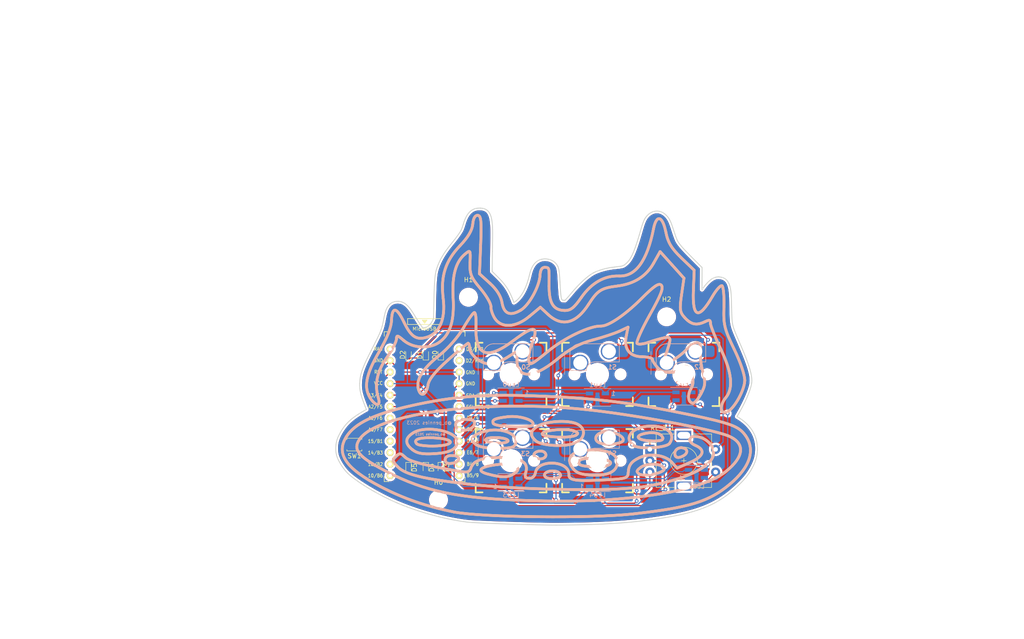
<source format=kicad_pcb>
(kicad_pcb (version 20211014) (generator pcbnew)
  (layers (0 "F.Cu" signal) (31 "B.Cu" signal) (34 "B.Paste" user) (35 "F.Paste" user) (36 "B.SilkS" user "B.Silkscreen") (37 "F.SilkS" user "F.Silkscreen") (38 "B.Mask" user) (39 "F.Mask" user) (44 "Edge.Cuts" user))
  (net 0 "")
  (net 1 "/NC{slash}TX{slash}D3")
  (net 2 "/NC{slash}RX{slash}D2")
  (net 3 "GND")
  (net 4 "/KEY_LEDS")
  (net 6 "/ENCODER0_L1")
  (net 7 "/COL0")
  (net 8 "/COL1")
  (net 9 "/COL2")
  (net 13 "/ENCODER0_L0")
  (net 18 "/ROW1")
  (net 19 "/ROW0")
  (net 20 "VCC")
  (net 21 "/RESET")
  (net 22 "/RAW")
  (net 23 "Net-(D0-Pad2)")
  (net 24 "Net-(D1-Pad2)")
  (net 25 "Net-(D2-Pad2)")
  (net 26 "Net-(D3-Pad2)")
  (net 27 "Net-(D4-Pad2)")
  (net 28 "Net-(D5-Pad2)")
  (net 29 "Net-(LED1-Pad2)")
  (net 30 "Net-(LED3-Pad4)")
  (net 31 "Net-(LED0-Pad2)")
  (net 32 "Net-(LED2-Pad2)")
  (net 34 "Net-(LED4-Pad4)")
  (footprint "kbd:ProMicro_v3.5" (layer "F.Cu") (at 130.0366 116.078)
    (fp_text reference "B1" hide)
    (fp_text value "SPARKFUN_PRO_MICRO" hide)
  )
  (footprint "Diode_SMD:D_SOD-523" (layer "F.Cu") (at 126.492 127.762 -90)
    (fp_text reference "D5")
    (fp_text value "1N4148WT")
  )
  (footprint "Diode_SMD:D_SOD-523" (layer "F.Cu") (at 126.492 102.87 90)
    (fp_text reference "D2")
    (fp_text value "1N4148WT")
  )
  (footprint "pizzapad:RotaryEncoder_Alps_EC11E-Switch_Vertical_H20mm" (layer "F.Cu") (at 179.694 123.738)
    (fp_text reference "RE_3_1")
    (fp_text value "CHERRY-MX-ENCODER")
  )
  (footprint "Diode_SMD:D_SOD-523" (layer "F.Cu") (at 130.302 102.87 90)
    (fp_text reference "D1")
    (fp_text value "1N4148WT")
  )
  (footprint "Button_Switch_SMD:SW_SPST_B3U-1000P" (layer "F.Cu") (at 114.554 122.682 180)
    (fp_text reference "SW1")
    (fp_text value "SW_SPST")
  )
  (footprint "MountingHole:MountingHole_3.2mm_M3_ISO7380" (layer "F.Cu") (at 139.7 90.17)
    (fp_text reference "H1")
    (fp_text value "MountingHole_Pad")
  )
  (footprint "MountingHole:MountingHole_3.2mm_M3_ISO7380" (layer "F.Cu") (at 183.388 94.488)
    (fp_text reference "H2")
    (fp_text value "MountingHole_Pad")
  )
  (footprint "MountingHole:MountingHole_3.2mm_M3_ISO7380" (layer "F.Cu") (at 133.096 134.874)
    (fp_text reference "H0")
    (fp_text value "MountingHole_Pad")
  )
  (footprint "Diode_SMD:D_SOD-523" (layer "F.Cu") (at 130.302 127.762 -90)
    (fp_text reference "D4")
    (fp_text value "1N4148WT")
  )
  (footprint "Diode_SMD:D_SOD-523" (layer "F.Cu") (at 133.604 127.762 -90)
    (fp_text reference "D3")
    (fp_text value "1N4148WT")
  )
  (footprint "Diode_SMD:D_SOD-523" (layer "F.Cu") (at 133.604 102.87 90)
    (fp_text reference "D0")
    (fp_text value "1N4148WT")
  )
  (footprint "pizzapad:LED_SK6812MINI_PLCC4_3.5x3.5mm_P1.75mm" (layer "B.Cu") (at 149.098 112.155 180)
    (fp_text reference "LED0")
    (fp_text value "SK6812MINI_1")
  )
  (footprint "pizzapad:LED_SK6812MINI_PLCC4_3.5x3.5mm_P1.75mm" (layer "B.Cu") (at 187.198 112.014 180)
    (fp_text reference "LED2")
    (fp_text value "SK6812MINI_1")
  )
  (footprint "pizzapad:LED_SK6812MINI_PLCC4_3.5x3.5mm_P1.75mm" (layer "B.Cu") (at 168.148 112.268 180)
    (fp_text reference "LED1")
    (fp_text value "SK6812MINI_1")
  )
  (footprint "pizzapad:LED_SK6812MINI_PLCC4_3.5x3.5mm_P1.75mm" (layer "B.Cu") (at 168.148 131.064)
    (fp_text reference "LED4")
    (fp_text value "SK6812MINI_1")
  )
  (footprint "pizzapad:LED_SK6812MINI_PLCC4_3.5x3.5mm_P1.75mm" (layer "B.Cu") (at 189.964 129.145)
    (fp_text reference "LED5")
    (fp_text value "SK6812MINI_1")
  )
  (footprint "pizzapad:Kailh-CPG151101S11_MX_Socket-1.00u" (layer "B.Cu") (at 168.148 126.238 180)
    (fp_text reference "S4")
    (fp_text value "MOMENTARY-SWITCH-SPST-LED-PTH-CHERRY" hide)
  )
  (footprint "pizzapad:Kailh-CPG151101S11_MX_Socket-1.00u" (layer "B.Cu") (at 149.098 107.188 180)
    (fp_text reference "S0")
    (fp_text value "MOMENTARY-SWITCH-SPST-LED-PTH-CHERRY" hide)
  )
  (footprint "pizzapad:LED_SK6812MINI_PLCC4_3.5x3.5mm_P1.75mm" (layer "B.Cu") (at 149.098 131.064)
    (fp_text reference "LED3")
    (fp_text value "SK6812MINI_1")
  )
  (footprint "pizzapad:Kailh-CPG151101S11_MX_Socket-1.00u" (layer "B.Cu") (at 149.098 126.238 180)
    (fp_text reference "S3")
    (fp_text value "MOMENTARY-SWITCH-SPST-LED-PTH-CHERRY" hide)
  )
  (footprint "pizzapad:Kailh-CPG151101S11_MX_Socket-1.00u" (layer "B.Cu") (at 187.198 107.188 180)
    (fp_text reference "S2")
    (fp_text value "MOMENTARY-SWITCH-SPST-LED-PTH-CHERRY" hide)
  )
  (footprint "pizzapad:Kailh-CPG151101S11_MX_Socket-1.00u" (layer "B.Cu") (at 168.148 107.188 180)
    (fp_text reference "S1")
    (fp_text value "MOMENTARY-SWITCH-SPST-LED-PTH-CHERRY" hide)
  )
  (gr_curve (pts (xy 167.055205 129.419605) (xy 164.758545 129.341705) (xy 163.618345 128.988635) (xy 162.905625 128.134555)) (layer "B.SilkS") (width 0.6))
  (gr_line (start 162.905625 128.134555) (end 162.905625 128.134555) (layer "B.SilkS") (width 0.6))
  (gr_curve (pts (xy 182.864745 127.969645) (xy 182.551895 126.867445) (xy 179.184745 126.657635) (xy 177.766105 127.651955)) (layer "B.SilkS") (width 0.6))
  (gr_curve (pts (xy 137.225255 122.041045) (xy 137.158255 123.712465) (xy 135.622545 124.497035) (xy 132.026795 124.697055)) (layer "B.SilkS") (width 0.6))
  (gr_curve (pts (xy 128.301645 122.505785) (xy 128.780215 123.024385) (xy 132.673725 123.185495) (xy 134.543225 122.763885)) (layer "B.SilkS") (width 0.6))
  (gr_curve (pts (xy 144.441665 87.0959) (xy 145.934755 88.456288) (xy 146.870785 89.951828) (xy 147.096785 91.338268)) (layer "B.SilkS") (width 0.6))
  (gr_curve (pts (xy 168.925665 96.525908) (xy 170.531145 96.585508) (xy 174.288915 94.033568) (xy 177.828875 90.479808)) (layer "B.SilkS") (width 0.6))
  (gr_curve (pts (xy 170.652885 130.423045) (xy 174.387415 130.221115) (xy 174.870235 130.047565) (xy 174.925295 128.887495)) (layer "B.SilkS") (width 0.6))
  (gr_curve (pts (xy 135.168175 104.041568) (xy 132.282175 106.643818) (xy 130.956105 108.310405) (xy 130.766155 109.573945)) (layer "B.SilkS") (width 0.6))
  (gr_curve (pts (xy 185.334555 125.196845) (xy 184.854065 124.344655) (xy 185.583925 123.337985) (xy 186.651255 123.380825)) (layer "B.SilkS") (width 0.6))
  (gr_curve (pts (xy 134.575825 125.999815) (xy 134.601425 125.365325) (xy 135.176025 125.047015) (xy 136.220285 125.088955)) (layer "B.SilkS") (width 0.6))
  (gr_curve (pts (xy 174.925295 128.887495) (xy 175.003395 127.230295) (xy 175.598315 126.418765) (xy 177.341295 125.588895)) (layer "B.SilkS") (width 0.6))
  (gr_curve (pts (xy 147.628705 125.547175) (xy 151.565295 125.705285) (xy 152.985275 126.700895) (xy 152.331685 128.844725)) (layer "B.SilkS") (width 0.6))
  (gr_curve (pts (xy 166.187075 91.724548) (xy 163.433445 96.018398) (xy 160.286205 96.796508) (xy 157.223755 93.940648)) (layer "B.SilkS") (width 0.6))
  (gr_curve (pts (xy 188.831895 107.229635) (xy 188.119615 105.293678) (xy 187.701975 105.028358) (xy 186.700175 105.875318)) (layer "B.SilkS") (width 0.6))
  (gr_curve (pts (xy 191.855435 95.560068) (xy 190.009705 96.454468) (xy 188.817445 96.223868) (xy 187.411965 94.700808)) (layer "B.SilkS") (width 0.6))
  (gr_curve (pts (xy 133.256745 103.013648) (xy 135.209915 101.459728) (xy 137.468375 98.882728) (xy 138.595175 96.922248)) (layer "B.SilkS") (width 0.6))
  (gr_line (start 174.880245 96.776658) (end 172.997065 97.656568) (layer "B.SilkS") (width 0.6))
  (gr_curve (pts (xy 161.832215 129.216245) (xy 161.775115 130.636875) (xy 163.169865 130.827695) (xy 170.652885 130.423045)) (layer "B.SilkS") (width 0.6))
  (gr_curve (pts (xy 127.483135 120.105355) (xy 130.279745 118.309395) (xy 137.318975 119.708015) (xy 137.225255 122.041045)) (layer "B.SilkS") (width 0.6))
  (gr_curve (pts (xy 119.969145 102.267038) (xy 121.801415 99.120768) (xy 122.674565 96.893408) (xy 122.742945 95.190948)) (layer "B.SilkS") (width 0.6))
  (gr_line (start 170.256025 127.324325) (end 170.256025 127.324325) (layer "B.SilkS") (width 0.6))
  (gr_curve (pts (xy 186.651255 123.380825) (xy 188.088145 123.438525) (xy 188.269635 124.587515) (xy 186.943105 125.230295)) (layer "B.SilkS") (width 0.6))
  (gr_line (start 145.192355 118.024385) (end 145.192355 118.024385) (layer "B.SilkS") (width 0.6))
  (gr_curve (pts (xy 140.286815 127.745285) (xy 140.784695 126.112225) (xy 143.258375 125.371625) (xy 147.628705 125.547175)) (layer "B.SilkS") (width 0.6))
  (gr_line (start 185.334285 125.196895) (end 185.334555 125.196845) (layer "B.SilkS") (width 0.6))
  (gr_curve (pts (xy 190.858455 102.294328) (xy 190.743015 103.197158) (xy 190.973895 105.148908) (xy 191.371235 106.631568)) (layer "B.SilkS") (width 0.6))
  (gr_line (start 184.582735 83.033262) (end 181.953905 80.101818) (layer "B.SilkS") (width 0.6))
  (gr_line (start 189.469105 84.21567) (end 189.288945 88.701653) (layer "B.SilkS") (width 0.6))
  (gr_curve (pts (xy 196.511905 128.574445) (xy 200.623745 125.246695) (xy 200.765865 122.255645) (xy 196.885145 120.719855)) (layer "B.SilkS") (width 0.6))
  (gr_curve (pts (xy 128.661185 110.459345) (xy 128.086415 108.359665) (xy 129.581165 105.937898) (xy 133.256745 103.013648)) (layer "B.SilkS") (width 0.6))
  (gr_curve (pts (xy 153.867845 118.328655) (xy 153.351055 119.094305) (xy 145.643205 118.823955) (xy 145.192355 118.024385)) (layer "B.SilkS") (width 0.6))
  (gr_curve (pts (xy 148.435445 121.845935) (xy 148.449145 121.504165) (xy 147.341905 121.179625) (xy 145.974845 121.124725)) (layer "B.SilkS") (width 0.6))
  (gr_curve (pts (xy 189.733485 122.862235) (xy 187.797065 122.035575) (xy 188.178015 120.559475) (xy 190.230505 120.936495)) (layer "B.SilkS") (width 0.6))
  (gr_curve (pts (xy 130.492555 99.003068) (xy 133.323945 98.151938) (xy 134.685535 94.975168) (xy 134.139755 90.493748)) (layer "B.SilkS") (width 0.6))
  (gr_line (start 154.211405 125.184855) (end 154.211405 125.184855) (layer "B.SilkS") (width 0.6))
  (gr_curve (pts (xy 180.275785 103.892058) (xy 180.288085 103.584148) (xy 179.285965 103.320218) (xy 178.048695 103.305628)) (layer "B.SilkS") (width 0.6))
  (gr_curve (pts (xy 183.062665 103.235148) (xy 182.602265 104.542628) (xy 182.700575 104.649848) (xy 184.057995 104.320808)) (layer "B.SilkS") (width 0.6))
  (gr_curve (pts (xy 121.656665 103.543848) (xy 119.511165 106.609228) (xy 118.938675 109.425455) (xy 119.845995 112.450825)) (layer "B.SilkS") (width 0.6))
  (gr_curve (pts (xy 152.991485 104.065128) (xy 153.126355 105.358868) (xy 153.473975 105.198628) (xy 157.212215 102.119368)) (layer "B.SilkS") (width 0.6))
  (gr_line (start 181.953905 80.101818) (end 180.532805 82.631211) (layer "B.SilkS") (width 0.6))
  (gr_curve (pts (xy 123.680495 125.284375) (xy 124.533185 124.497485) (xy 124.765065 124.515415) (xy 125.709785 125.441435)) (layer "B.SilkS") (width 0.6))
  (gr_curve (pts (xy 190.230505 120.936495) (xy 192.240315 121.305665) (xy 193.826295 122.945915) (xy 193.760375 124.587155)) (layer "B.SilkS") (width 0.6))
  (gr_curve (pts (xy 160.804895 93.090068) (xy 162.188465 93.145668) (xy 162.938195 92.573568) (xy 164.607475 90.188498)) (layer "B.SilkS") (width 0.6))
  (gr_line (start 163.348195 120.636275) (end 163.348195 120.636275) (layer "B.SilkS") (width 0.6))
  (gr_curve (pts (xy 188.470365 126.656665) (xy 191.593025 125.291645) (xy 192.069735 123.859525) (xy 189.733485 122.862235)) (layer "B.SilkS") (width 0.6))
  (gr_curve (pts (xy 143.464295 121.646325) (xy 143.450595 121.988075) (xy 144.557865 122.312635) (xy 145.924925 122.367535)) (layer "B.SilkS") (width 0.6))
  (gr_curve (pts (xy 141.014315 93.541468) (xy 141.270645 93.551468) (xy 141.430565 94.798878) (xy 141.369705 96.314548)) (layer "B.SilkS") (width 0.6))
  (gr_curve (pts (xy 139.371475 117.125175) (xy 140.819675 117.183375) (xy 141.187845 117.445205) (xy 140.994635 118.279565)) (layer "B.SilkS") (width 0.6))
  (gr_curve (pts (xy 177.766105 127.651955) (xy 176.741775 128.369915) (xy 176.648475 128.666955) (xy 177.300175 129.135145)) (layer "B.SilkS") (width 0.6))
  (gr_curve (pts (xy 145.510685 94.826838) (xy 145.009185 94.045888) (xy 144.620365 92.871268) (xy 144.646625 92.216548)) (layer "B.SilkS") (width 0.6))
  (gr_curve (pts (xy 180.415175 118.603875) (xy 183.773775 118.738765) (xy 185.417965 120.473235) (xy 184.035035 122.422495)) (layer "B.SilkS") (width 0.6))
  (gr_curve (pts (xy 188.191405 116.026315) (xy 197.501655 117.955695) (xy 199.276655 118.609265) (xy 200.754985 120.652395)) (layer "B.SilkS") (width 0.6))
  (gr_curve (pts (xy 153.097165 130.123595) (xy 153.801765 130.151795) (xy 154.335725 129.645355) (xy 154.492475 128.799995)) (layer "B.SilkS") (width 0.6))
  (gr_curve (pts (xy 200.754985 120.652395) (xy 203.044925 123.817025) (xy 201.804215 127.688775) (xy 197.296815 131.443625)) (layer "B.SilkS") (width 0.6))
  (gr_curve (pts (xy 156.507515 83.581506) (xy 157.560695 83.623916) (xy 157.521275 83.456856) (xy 157.485825 87.727001)) (layer "B.SilkS") (width 0.6))
  (gr_curve (pts (xy 127.350545 123.810995) (xy 125.632295 122.455775) (xy 125.674595 121.266245) (xy 127.483135 120.105355)) (layer "B.SilkS") (width 0.6))
  (gr_curve (pts (xy 181.455255 105.754508) (xy 180.794185 105.038118) (xy 180.263405 104.199998) (xy 180.275785 103.892058)) (layer "B.SilkS") (width 0.6))
  (gr_line (start 186.676945 89.644718) (end 187.211625 85.964686) (layer "B.SilkS") (width 0.6))
  (gr_curve (pts (xy 163.356085 122.262095) (xy 161.068135 123.306455) (xy 155.549465 122.978545) (xy 154.397115 121.729775)) (layer "B.SilkS") (width 0.6))
  (gr_curve (pts (xy 115.741025 121.431895) (xy 114.200175 123.589405) (xy 115.248515 125.131095) (xy 120.057815 127.780335)) (layer "B.SilkS") (width 0.6))
  (gr_line (start 134.543225 122.763885) (end 134.543225 122.764025) (layer "B.SilkS") (width 0.6))
  (gr_curve (pts (xy 148.151465 103.492568) (xy 146.873695 104.286748) (xy 145.081095 104.906498) (xy 144.167935 104.869808)) (layer "B.SilkS") (width 0.6))
  (gr_line (start 184.431605 126.486375) (end 185.704475 127.865765) (layer "B.SilkS") (width 0.6))
  (gr_curve (pts (xy 184.057995 104.320808) (xy 184.886385 104.119928) (xy 186.495635 103.005388) (xy 187.634055 101.843908)) (layer "B.SilkS") (width 0.6))
  (gr_curve (pts (xy 156.542835 129.670865) (xy 157.011465 130.501955) (xy 159.953675 130.329255) (xy 160.007075 129.467525)) (layer "B.SilkS") (width 0.6))
  (gr_curve (pts (xy 137.359545 128.519825) (xy 139.543965 128.899095) (xy 139.969385 128.786515) (xy 140.286815 127.745285)) (layer "B.SilkS") (width 0.6))
  (gr_curve (pts (xy 162.860305 119.631135) (xy 161.156595 119.014135) (xy 155.997285 119.529135) (xy 155.965535 120.319335)) (layer "B.SilkS") (width 0.6))
  (gr_line (start 176.244075 122.933695) (end 176.244075 122.933695) (layer "B.SilkS") (width 0.6))
  (gr_curve (pts (xy 144.646625 92.216548) (xy 144.672925 91.561828) (xy 143.624665 89.767808) (xy 142.317175 88.229804)) (layer "B.SilkS") (width 0.6))
  (gr_curve (pts (xy 182.538225 121.192895) (xy 182.254035 120.209245) (xy 180.623795 119.800555) (xy 178.638025 120.214985)) (layer "B.SilkS") (width 0.6))
  (gr_curve (pts (xy 141.306085 122.613275) (xy 139.838275 121.446815) (xy 140.458745 120.561935) (xy 143.317975 119.743995)) (layer "B.SilkS") (width 0.6))
  (gr_curve (pts (xy 188.732795 110.386255) (xy 189.324645 109.379675) (xy 189.348135 108.632445) (xy 188.831895 107.229635)) (layer "B.SilkS") (width 0.6))
  (gr_line (start 155.548315 92.378198) (end 153.123265 94.398358) (layer "B.SilkS") (width 0.6))
  (gr_curve (pts (xy 184.035035 122.422495) (xy 183.344095 123.396375) (xy 177.528235 123.777975) (xy 176.244075 122.933695)) (layer "B.SilkS") (width 0.6))
  (gr_curve (pts (xy 193.760375 124.587155) (xy 193.638825 127.613575) (xy 187.231825 130.618985) (xy 177.879565 132.036565)) (layer "B.SilkS") (width 0.6))
  (gr_curve (pts (xy 137.864325 78.768277) (xy 139.626095 76.921783) (xy 140.523035 75.400467) (xy 140.645335 74.051252)) (layer "B.SilkS") (width 0.6))
  (gr_curve (pts (xy 200.616815 108.590305) (xy 200.508225 111.004835) (xy 197.908875 115.345415) (xy 196.440005 115.567565)) (layer "B.SilkS") (width 0.6))
  (gr_curve (pts (xy 154.625005 118.823165) (xy 156.052175 117.645595) (xy 160.808575 117.164365) (xy 163.217895 117.953825)) (layer "B.SilkS") (width 0.6))
  (gr_curve (pts (xy 156.671245 125.331055) (xy 156.166165 126.079355) (xy 154.665495 125.990185) (xy 154.211405 125.184855)) (layer "B.SilkS") (width 0.6))
  (gr_line (start 185.704475 127.865765) (end 188.470365 126.656665) (layer "B.SilkS") (width 0.6))
  (gr_line (start 187.211625 85.964686) (end 184.582735 83.033262) (layer "B.SilkS") (width 0.6))
  (gr_curve (pts (xy 195.605655 87.641453) (xy 195.913035 87.82491) (xy 196.099345 89.933018) (xy 196.019775 92.326038)) (layer "B.SilkS") (width 0.6))
  (gr_curve (pts (xy 150.253415 127.457825) (xy 149.716185 126.867305) (xy 148.622645 126.772175) (xy 146.036525 127.090995)) (layer "B.SilkS") (width 0.6))
  (gr_curve (pts (xy 196.452505 112.296745) (xy 198.156145 110.222885) (xy 197.782815 106.720315) (xy 195.307975 101.558528)) (layer "B.SilkS") (width 0.6))
  (gr_curve (pts (xy 164.607475 90.188498) (xy 166.855635 86.976449) (xy 169.715005 85.356775) (xy 172.910935 85.48514)) (layer "B.SilkS") (width 0.6))
  (gr_curve (pts (xy 172.910935 85.48514) (xy 176.560485 85.631734) (xy 179.104335 82.137034) (xy 180.504095 75.053752)) (layer "B.SilkS") (width 0.6))
  (gr_curve (pts (xy 172.577495 87.685151) (xy 168.961735 88.135534) (xy 168.166345 88.638155) (xy 166.187075 91.724548)) (layer "B.SilkS") (width 0.6))
  (gr_curve (pts (xy 151.232015 93.019818) (xy 153.094285 91.903768) (xy 155.372805 87.750334) (xy 155.493115 85.252356)) (layer "B.SilkS") (width 0.6))
  (gr_curve (pts (xy 167.123535 99.595548) (xy 164.131885 100.389578) (xy 162.140455 101.471288) (xy 159.166935 103.917398)) (layer "B.SilkS") (width 0.6))
  (gr_curve (pts (xy 177.879565 132.036565) (xy 171.414165 133.016415) (xy 151.064865 132.692065) (xy 140.005175 131.432605)) (layer "B.SilkS") (width 0.6))
  (gr_curve (pts (xy 172.515745 126.655625) (xy 172.437345 128.608085) (xy 170.596845 129.539715) (xy 167.055205 129.419605)) (layer "B.SilkS") (width 0.6))
  (gr_curve (pts (xy 125.709785 125.441435) (xy 126.669615 126.382255) (xy 129.776625 127.203255) (xy 137.359545 128.519825)) (layer "B.SilkS") (width 0.6))
  (gr_curve (pts (xy 176.244075 122.933675) (xy 173.506215 121.133695) (xy 176.109875 118.430975) (xy 180.415175 118.603875)) (layer "B.SilkS") (width 0.6))
  (gr_curve (pts (xy 170.256025 127.324345) (xy 172.081605 126.706655) (xy 170.642755 125.849095) (xy 167.573905 125.725835)) (layer "B.SilkS") (width 0.6))
  (gr_line (start 186.638915 81.490461) (end 189.469105 84.21567) (layer "B.SilkS") (width 0.6))
  (gr_curve (pts (xy 132.026795 124.697055) (xy 129.558035 124.834345) (xy 128.361365 124.607755) (xy 127.351395 123.811015)) (layer "B.SilkS") (width 0.6))
  (gr_line (start 150.405615 103.769828) (end 150.474715 102.048628) (layer "B.SilkS") (width 0.6))
  (gr_curve (pts (xy 157.212215 102.119368) (xy 160.841325 99.129998) (xy 166.484235 96.435368) (xy 168.925665 96.525908)) (layer "B.SilkS") (width 0.6))
  (gr_curve (pts (xy 155.965535 120.319335) (xy 155.936035 121.054575) (xy 162.163005 121.321815) (xy 163.348195 120.636275)) (layer "B.SilkS") (width 0.6))
  (gr_curve (pts (xy 120.057815 127.780335) (xy 128.876045 132.637885) (xy 135.648215 134.268135) (xy 149.670785 134.908975)) (layer "B.SilkS") (width 0.6))
  (gr_line (start 142.135625 84.99485) (end 144.441665 87.0959) (layer "B.SilkS") (width 0.6))
  (gr_curve (pts (xy 163.217895 117.953825) (xy 165.615875 118.739545) (xy 165.694585 121.194595) (xy 163.356085 122.262095)) (layer "B.SilkS") (width 0.6))
  (gr_curve (pts (xy 126.738215 114.173215) (xy 136.407425 111.976335) (xy 143.559785 111.460345) (xy 156.610115 112.017985)) (layer "B.SilkS") (width 0.6))
  (gr_curve (pts (xy 149.670785 134.908975) (xy 155.249885 135.163935) (xy 163.230315 135.209525) (xy 167.405055 135.010255)) (layer "B.SilkS") (width 0.6))
  (gr_curve (pts (xy 156.610115 112.017985) (xy 168.343995 112.519445) (xy 175.890925 113.477335) (xy 188.191405 116.026315)) (layer "B.SilkS") (width 0.6))
  (gr_curve (pts (xy 131.968475 121.183895) (xy 128.826225 121.057685) (xy 127.429865 121.561045) (xy 128.301645 122.505785)) (layer "B.SilkS") (width 0.6))
  (gr_curve (pts (xy 152.331685 128.844725) (xy 152.056205 129.748325) (xy 152.260785 130.089975) (xy 153.097165 130.123595)) (layer "B.SilkS") (width 0.6))
  (gr_curve (pts (xy 160.007075 129.467535) (xy 160.027875 129.126025) (xy 159.598755 128.735015) (xy 159.052655 128.598555)) (layer "B.SilkS") (width 0.6))
  (gr_curve (pts (xy 182.224425 87.52318) (xy 182.756725 88.10009) (xy 182.150525 89.650038) (xy 179.669195 94.070088)) (layer "B.SilkS") (width 0.6))
  (gr_curve (pts (xy 139.925975 101.252008) (xy 139.945875 100.752668) (xy 139.813175 100.338108) (xy 139.630315 100.330808)) (layer "B.SilkS") (width 0.6))
  (gr_curve (pts (xy 198.290475 101.650518) (xy 199.690095 104.532308) (xy 200.668545 107.451005) (xy 200.616815 108.590305)) (layer "B.SilkS") (width 0.6))
  (gr_curve (pts (xy 136.220285 125.088955) (xy 138.166955 125.167155) (xy 137.895235 126.617915) (xy 135.894095 126.830725)) (layer "B.SilkS") (width 0.6))
  (gr_curve (pts (xy 143.317975 119.743995) (xy 146.582315 118.810175) (xy 150.530465 120.171255) (xy 150.175015 122.107935)) (layer "B.SilkS") (width 0.6))
  (gr_line (start 168.491375 122.254075) (end 168.491375 122.254075) (layer "B.SilkS") (width 0.6))
  (gr_curve (pts (xy 153.123265 94.398358) (xy 150.145845 96.878708) (xy 146.944135 97.058918) (xy 145.510685 94.826838)) (layer "B.SilkS") (width 0.6))
  (gr_curve (pts (xy 153.590935 100.761948) (xy 153.180345 101.803328) (xy 152.910575 103.289738) (xy 152.991485 104.065128)) (layer "B.SilkS") (width 0.6))
  (gr_curve (pts (xy 124.113645 127.593905) (xy 122.877155 126.335125) (xy 122.827665 126.071285) (xy 123.680495 125.284375)) (layer "B.SilkS") (width 0.6))
  (gr_curve (pts (xy 183.215345 75.785036) (xy 183.673935 78.088978) (xy 184.450905 79.383685) (xy 186.638915 81.490461)) (layer "B.SilkS") (width 0.6))
  (gr_curve (pts (xy 186.700175 105.875318) (xy 185.227715 107.120165) (xy 182.660905 107.061085) (xy 181.455255 105.754508)) (layer "B.SilkS") (width 0.6))
  (gr_line (start 140.005175 131.432605) (end 140.005175 131.432605) (layer "B.SilkS") (width 0.6))
  (gr_curve (pts (xy 141.369705 96.314548) (xy 141.097625 103.088958) (xy 143.675195 104.187868) (xy 149.533245 99.794918)) (layer "B.SilkS") (width 0.6))
  (gr_curve (pts (xy 167.573905 125.725835) (xy 164.704175 125.610515) (xy 163.369675 126.141125) (xy 164.217795 127.060225)) (layer "B.SilkS") (width 0.6))
  (gr_curve (pts (xy 123.817375 99.440318) (xy 123.793475 100.033318) (xy 122.821255 101.879868) (xy 121.656665 103.543848)) (layer "B.SilkS") (width 0.6))
  (gr_curve (pts (xy 119.845995 112.450825) (xy 120.402775 114.307345) (xy 119.246965 114.271895) (xy 118.042015 112.395525)) (layer "B.SilkS") (width 0.6))
  (gr_curve (pts (xy 138.909675 80.675071) (xy 136.876875 82.371408) (xy 136.037715 85.475067) (xy 136.323705 90.239558)) (layer "B.SilkS") (width 0.6))
  (gr_curve (pts (xy 182.891975 99.114698) (xy 184.484255 98.820268) (xy 184.498275 99.158498) (xy 183.062665 103.235148)) (layer "B.SilkS") (width 0.6))
  (gr_curve (pts (xy 118.041645 112.395565) (xy 116.548145 110.069965) (xy 117.093275 107.205095) (xy 119.969145 102.267038)) (layer "B.SilkS") (width 0.6))
  (gr_curve (pts (xy 167.730075 123.864925) (xy 170.880095 123.991455) (xy 172.582855 124.984385) (xy 172.515745 126.655625)) (layer "B.SilkS") (width 0.6))
  (gr_curve (pts (xy 178.638025 120.214985) (xy 176.109115 120.742745) (xy 176.885145 121.743845) (xy 179.917635 121.865665)) (layer "B.SilkS") (width 0.6))
  (gr_curve (pts (xy 196.440005 115.567565) (xy 195.093525 115.771405) (xy 195.100445 113.942555) (xy 196.452505 112.296745)) (layer "B.SilkS") (width 0.6))
  (gr_curve (pts (xy 166.316865 115.030375) (xy 143.889125 112.601595) (xy 119.876835 115.640885) (xy 115.741025 121.431895)) (layer "B.SilkS") (width 0.6))
  (gr_curve (pts (xy 146.189405 123.493035) (xy 143.727875 123.513535) (xy 142.061065 123.213315) (xy 141.306085 122.613275)) (layer "B.SilkS") (width 0.6))
  (gr_curve (pts (xy 120.332225 131.966125) (xy 112.615135 127.950865) (xy 110.391075 124.680685) (xy 112.806945 120.901115)) (layer "B.SilkS") (width 0.6))
  (gr_curve (pts (xy 125.504985 95.709068) (xy 127.022675 98.882588) (xy 128.233405 99.682168) (xy 130.492555 99.003068)) (layer "B.SilkS") (width 0.6))
  (gr_curve (pts (xy 169.318695 119.950395) (xy 171.226615 119.552245) (xy 174.184655 120.758695) (xy 173.803305 121.779515)) (layer "B.SilkS") (width 0.6))
  (gr_curve (pts (xy 146.036525 127.090995) (xy 142.139305 127.571645) (xy 141.292245 128.497675) (xy 144.093815 129.215435)) (layer "B.SilkS") (width 0.6))
  (gr_curve (pts (xy 134.139755 90.493748) (xy 133.533805 85.519627) (xy 134.587595 82.202543) (xy 137.864325 78.768277)) (layer "B.SilkS") (width 0.6))
  (gr_curve (pts (xy 177.828875 90.479808) (xy 180.651355 87.646269) (xy 181.692025 86.94628) (xy 182.224425 87.52318)) (layer "B.SilkS") (width 0.6))
  (gr_curve (pts (xy 156.407115 124.331665) (xy 156.761795 124.571055) (xy 156.880655 125.020775) (xy 156.671245 125.331055)) (layer "B.SilkS") (width 0.6))
  (gr_curve (pts (xy 134.543225 122.764025) (xy 136.941635 122.223385) (xy 135.477525 121.324825) (xy 131.968475 121.183895)) (layer "B.SilkS") (width 0.6))
  (gr_curve (pts (xy 193.470935 90.018738) (xy 194.337695 88.527743) (xy 195.298335 87.45794) (xy 195.605655 87.641453)) (layer "B.SilkS") (width 0.6))
  (gr_curve (pts (xy 140.994635 118.279565) (xy 140.712875 119.495965) (xy 137.662845 120.004215) (xy 137.060045 118.935115)) (layer "B.SilkS") (width 0.6))
  (gr_curve (pts (xy 138.595175 96.922248) (xy 139.669345 95.053348) (xy 140.757985 93.531988) (xy 141.014315 93.541468)) (layer "B.SilkS") (width 0.6))
  (gr_curve (pts (xy 178.048695 103.305628) (xy 175.219165 103.272228) (xy 173.921205 101.623918) (xy 174.484045 98.778908)) (layer "B.SilkS") (width 0.6))
  (gr_line (start 174.484045 98.778908) (end 174.880245 96.776658) (layer "B.SilkS") (width 0.6))
  (gr_line (start 134.575825 125.999815) (end 134.575825 125.999815) (layer "B.SilkS") (width 0.6))
  (gr_curve (pts (xy 159.052655 128.598555) (xy 157.608945 128.237775) (xy 156.098635 128.883135) (xy 156.542835 129.670865)) (layer "B.SilkS") (width 0.6))
  (gr_curve (pts (xy 197.296815 131.443625) (xy 192.693305 135.278535) (xy 188.575325 136.546445) (xy 176.106995 137.967775)) (layer "B.SilkS") (width 0.6))
  (gr_curve (pts (xy 149.736815 129.096925) (xy 150.714425 128.434325) (xy 150.824375 128.085385) (xy 150.253415 127.457825)) (layer "B.SilkS") (width 0.6))
  (gr_curve (pts (xy 176.106995 137.967775) (xy 166.946725 139.011995) (xy 142.513685 138.749495) (xy 136.486055 137.542145)) (layer "B.SilkS") (width 0.6))
  (gr_curve (pts (xy 163.348185 120.636265) (xy 164.035335 120.238765) (xy 163.928125 120.017845) (xy 162.860305 119.631135)) (layer "B.SilkS") (width 0.6))
  (gr_curve (pts (xy 187.411965 94.700808) (xy 186.299005 93.494718) (xy 186.208195 92.870188) (xy 186.676945 89.644718)) (layer "B.SilkS") (width 0.6))
  (gr_curve (pts (xy 154.492475 128.799995) (xy 155.043245 125.829245) (xy 161.952515 126.221065) (xy 161.832215 129.216245)) (layer "B.SilkS") (width 0.6))
  (gr_curve (pts (xy 179.917635 121.865665) (xy 181.919755 121.945965) (xy 182.698115 121.746255) (xy 182.538225 121.192895)) (layer "B.SilkS") (width 0.6))
  (gr_curve (pts (xy 177.300175 129.135145) (xy 178.365515 129.900515) (xy 183.129555 128.902715) (xy 182.864745 127.969645)) (layer "B.SilkS") (width 0.6))
  (gr_curve (pts (xy 122.742945 95.190948) (xy 122.866475 92.115258) (xy 123.876945 92.304808) (xy 125.504985 95.709068)) (layer "B.SilkS") (width 0.6))
  (gr_curve (pts (xy 173.803305 121.779515) (xy 173.509815 122.565205) (xy 169.847555 122.892375) (xy 168.491375 122.254075)) (layer "B.SilkS") (width 0.6))
  (gr_line (start 142.393895 78.563967) (end 142.135625 84.99485) (layer "B.SilkS") (width 0.6))
  (gr_curve (pts (xy 136.486055 137.542145) (xy 130.398205 136.322665) (xy 125.368485 134.586515) (xy 120.332225 131.966125)) (layer "B.SilkS") (width 0.6))
  (gr_curve (pts (xy 190.980245 111.439455) (xy 190.367885 112.601095) (xy 189.573945 113.539775) (xy 189.215915 113.525395)) (layer "B.SilkS") (width 0.6))
  (gr_curve (pts (xy 112.806945 120.901115) (xy 114.667785 117.989845) (xy 118.868235 115.961315) (xy 126.738215 114.173215)) (layer "B.SilkS") (width 0.6))
  (gr_line (start 149.736815 129.096995) (end 149.736815 129.096995) (layer "B.SilkS") (width 0.6))
  (gr_curve (pts (xy 154.211385 125.184845) (xy 153.770215 124.402515) (xy 155.510315 123.726385) (xy 156.407115 124.331665)) (layer "B.SilkS") (width 0.6))
  (gr_line (start 128.660405 110.459345) (end 128.661185 110.459345) (layer "B.SilkS") (width 0.6))
  (gr_line (start 141.306085 122.613275) (end 141.306085 122.613275) (layer "B.SilkS") (width 0.6))
  (gr_curve (pts (xy 144.167935 104.869808) (xy 142.344965 104.796608) (xy 139.868425 102.684448) (xy 139.925975 101.252008)) (layer "B.SilkS") (width 0.6))
  (gr_curve (pts (xy 144.093815 129.215435) (xy 147.173935 130.004555) (xy 148.436905 129.978025) (xy 149.736815 129.096995)) (layer "B.SilkS") (width 0.6))
  (gr_line (start 150.474715 102.048628) (end 148.151465 103.492568) (layer "B.SilkS") (width 0.6))
  (gr_curve (pts (xy 149.533245 99.794918) (xy 154.380695 96.159868) (xy 155.317465 96.383088) (xy 153.590935 100.761948)) (layer "B.SilkS") (width 0.6))
  (gr_curve (pts (xy 155.493115 85.252356) (xy 155.546515 84.154068) (xy 155.908255 83.557435) (xy 156.507515 83.581506)) (layer "B.SilkS") (width 0.6))
  (gr_curve (pts (xy 147.096785 91.338268) (xy 147.507165 93.855268) (xy 148.895705 94.419938) (xy 151.232015 93.019818)) (layer "B.SilkS") (width 0.6))
  (gr_curve (pts (xy 145.974845 121.124725) (xy 144.607745 121.069925) (xy 143.478045 121.304635) (xy 143.464295 121.646325)) (layer "B.SilkS") (width 0.6))
  (gr_curve (pts (xy 177.341295 125.588895) (xy 179.604975 124.511065) (xy 183.006105 124.941565) (xy 184.431605 126.486375)) (layer "B.SilkS") (width 0.6))
  (gr_curve (pts (xy 139.630315 100.330808) (xy 139.447735 100.322808) (xy 137.439775 101.993328) (xy 135.168175 104.041568)) (layer "B.SilkS") (width 0.6))
  (gr_curve (pts (xy 186.943105 125.230295) (xy 186.114455 125.631835) (xy 185.573245 125.620715) (xy 185.334285 125.196895)) (layer "B.SilkS") (width 0.6))
  (gr_line (start 167.405055 135.010255) (end 167.405055 135.010255) (layer "B.SilkS") (width 0.6))
  (gr_curve (pts (xy 157.485825 87.727001) (xy 157.455125 91.441368) (xy 158.416185 92.994098) (xy 160.804895 93.090068)) (layer "B.SilkS") (width 0.6))
  (gr_curve (pts (xy 136.323705 90.239558) (xy 136.627835 95.307278) (xy 135.698185 98.339408) (xy 133.310395 100.067148)) (layer "B.SilkS") (width 0.6))
  (gr_curve (pts (xy 145.192355 118.024345) (xy 144.739985 117.222135) (xy 145.503395 116.865555) (xy 148.397265 116.527325)) (layer "B.SilkS") (width 0.6))
  (gr_curve (pts (xy 148.397265 116.527325) (xy 151.060085 116.216175) (xy 154.523885 117.356665) (xy 153.867845 118.328655)) (layer "B.SilkS") (width 0.6))
  (gr_curve (pts (xy 189.288945 88.701653) (xy 189.046245 94.743938) (xy 190.464345 95.190588) (xy 193.470935 90.018738)) (layer "B.SilkS") (width 0.6))
  (gr_curve (pts (xy 137.060065 118.935185) (xy 136.424375 117.807815) (xy 137.397365 117.045865) (xy 139.371475 117.125175)) (layer "B.SilkS") (width 0.6))
  (gr_curve (pts (xy 180.532805 82.631211) (xy 178.899685 85.537924) (xy 176.237155 87.229416) (xy 172.577495 87.685151)) (layer "B.SilkS") (width 0.6))
  (gr_curve (pts (xy 196.885145 120.719855) (xy 193.128255 119.233085) (xy 176.435615 116.126175) (xy 166.316865 115.030375)) (layer "B.SilkS") (width 0.6))
  (gr_curve (pts (xy 196.019775 92.326038) (xy 195.890045 96.220968) (xy 196.128015 97.198258) (xy 198.290475 101.650518)) (layer "B.SilkS") (width 0.6))
  (gr_line (start 148.435445 121.845935) (end 148.435445 121.845935) (layer "B.SilkS") (width 0.6))
  (gr_curve (pts (xy 142.317175 88.229804) (xy 140.250125 85.79834) (xy 139.955185 85.054154) (xy 140.056635 82.526974)) (layer "B.SilkS") (width 0.6))
  (gr_curve (pts (xy 168.491375 122.254085) (xy 167.211685 121.651765) (xy 167.701465 120.287965) (xy 169.318695 119.950395)) (layer "B.SilkS") (width 0.6))
  (gr_line (start 160.007075 129.467525) (end 160.007075 129.467525) (layer "B.SilkS") (width 0.6))
  (gr_curve (pts (xy 140.056635 82.526974) (xy 140.171115 79.678445) (xy 140.148235 79.641526) (xy 138.909675 80.675071)) (layer "B.SilkS") (width 0.6))
  (gr_curve (pts (xy 140.005115 131.432615) (xy 129.724065 130.261815) (xy 125.804205 129.314945) (xy 124.113645 127.593905)) (layer "B.SilkS") (width 0.6))
  (gr_curve (pts (xy 193.047015 95.866188) (xy 193.075115 95.167828) (xy 192.806965 95.098968) (xy 191.855435 95.560068)) (layer "B.SilkS") (width 0.6))
  (gr_curve (pts (xy 140.645335 74.051252) (xy 140.762455 72.758226) (xy 141.146095 72.072582) (xy 141.739015 72.096389)) (layer "B.SilkS") (width 0.6))
  (gr_curve (pts (xy 191.371235 106.631568) (xy 192.002485 108.987225) (xy 191.953095 109.593825) (xy 190.980245 111.439455)) (layer "B.SilkS") (width 0.6))
  (gr_curve (pts (xy 125.446285 99.715868) (xy 124.019475 98.497728) (xy 123.856355 98.470178) (xy 123.817375 99.440318)) (layer "B.SilkS") (width 0.6))
  (gr_curve (pts (xy 179.669195 94.070088) (xy 177.880215 97.255188) (xy 176.622945 100.084828) (xy 176.875225 100.358238)) (layer "B.SilkS") (width 0.6))
  (gr_curve (pts (xy 141.739015 72.096389) (xy 142.483465 72.126389) (xy 142.604445 73.321133) (xy 142.393895 78.563967)) (layer "B.SilkS") (width 0.6))
  (gr_line (start 182.864745 127.969645) (end 182.864745 127.969645) (layer "B.SilkS") (width 0.6))
  (gr_line (start 182.538225 121.192895) (end 182.538225 121.192895) (layer "B.SilkS") (width 0.6))
  (gr_curve (pts (xy 162.905625 128.134555) (xy 160.672575 125.458565) (xy 162.701535 123.662955) (xy 167.730075 123.864925)) (layer "B.SilkS") (width 0.6))
  (gr_curve (pts (xy 164.217795 127.060225) (xy 164.701335 127.584265) (xy 168.939875 127.769665) (xy 170.256025 127.324325)) (layer "B.SilkS") (width 0.6))
  (gr_curve (pts (xy 167.405075 135.010215) (xy 181.788295 134.323575) (xy 192.272485 132.005395) (xy 196.511905 128.574445)) (layer "B.SilkS") (width 0.6))
  (gr_curve (pts (xy 179.362295 100.123718) (xy 180.477925 99.721448) (xy 182.066295 99.267338) (xy 182.891975 99.114698)) (layer "B.SilkS") (width 0.6))
  (gr_line (start 127.351395 123.811015) (end 127.350545 123.810995) (layer "B.SilkS") (width 0.6))
  (gr_curve (pts (xy 187.634055 101.843908) (xy 189.901225 99.530898) (xy 191.188405 99.710668) (xy 190.858455 102.294328)) (layer "B.SilkS") (width 0.6))
  (gr_curve (pts (xy 154.397375 121.729775) (xy 153.201815 120.434185) (xy 153.238385 119.967435) (xy 154.625005 118.823165)) (layer "B.SilkS") (width 0.6))
  (gr_line (start 157.223755 93.940648) (end 155.548315 92.378198) (layer "B.SilkS") (width 0.6))
  (gr_curve (pts (xy 189.215915 113.525395) (xy 188.157105 113.482795) (xy 187.899125 111.804785) (xy 188.732795 110.386255)) (layer "B.SilkS") (width 0.6))
  (gr_line (start 154.397115 121.729775) (end 154.397375 121.729775) (layer "B.SilkS") (width 0.6))
  (gr_curve (pts (xy 145.924925 122.367535) (xy 147.292005 122.422535) (xy 148.421745 122.187615) (xy 148.435445 121.845935)) (layer "B.SilkS") (width 0.6))
  (gr_curve (pts (xy 159.166935 103.917398) (xy 153.876815 108.269245) (xy 150.227355 108.207785) (xy 150.405615 103.769828)) (layer "B.SilkS") (width 0.6))
  (gr_curve (pts (xy 195.307975 101.558528) (xy 194.044515 98.923358) (xy 193.027115 96.361818) (xy 193.047015 95.866188)) (layer "B.SilkS") (width 0.6))
  (gr_line (start 136.486055 137.542145) (end 136.486055 137.542145) (layer "B.SilkS") (width 0.6))
  (gr_line (start 118.042015 112.395525) (end 118.041645 112.395565) (layer "B.SilkS") (width 0.6))
  (gr_curve (pts (xy 130.766155 109.573945) (xy 130.435955 111.769595) (xy 129.165295 112.303885) (xy 128.660405 110.459345)) (layer "B.SilkS") (width 0.6))
  (gr_curve (pts (xy 176.875225 100.358238) (xy 177.127415 100.631628) (xy 178.246715 100.526128) (xy 179.362295 100.123718)) (layer "B.SilkS") (width 0.6))
  (gr_curve (pts (xy 135.894095 126.830725) (xy 134.992605 126.926525) (xy 134.549815 126.647525) (xy 134.575825 125.999815)) (layer "B.SilkS") (width 0.6))
  (gr_curve (pts (xy 133.310395 100.067148) (xy 131.139345 101.638048) (xy 127.507785 101.475868) (xy 125.446285 99.715868)) (layer "B.SilkS") (width 0.6))
  (gr_line (start 137.060045 118.935115) (end 137.060045 118.935115) (layer "B.SilkS") (width 0.6))
  (gr_curve (pts (xy 180.504095 75.053752) (xy 181.145545 71.808006) (xy 182.496115 72.172313) (xy 183.215345 75.785036)) (layer "B.SilkS") (width 0.6))
  (gr_curve (pts (xy 150.175015 122.107935) (xy 149.955215 123.305245) (xy 149.494405 123.465425) (xy 146.189405 123.493035)) (layer "B.SilkS") (width 0.6))
  (gr_curve (pts (xy 172.997065 97.656568) (xy 171.961375 98.140508) (xy 169.318285 99.013068) (xy 167.123535 99.595548)) (layer "B.SilkS") (width 0.6))
  (gr_curve (pts (xy 135.894095 126.830725) (xy 134.992605 126.926525) (xy 134.549815 126.647525) (xy 134.575825 125.999815)) (layer "F.SilkS") (width 0.6))
  (gr_curve (pts (xy 154.211385 125.184845) (xy 153.770215 124.402515) (xy 155.510315 123.726385) (xy 156.407115 124.331665)) (layer "F.SilkS") (width 0.6))
  (gr_line (start 160.007075 129.467525) (end 160.007075 129.467525) (layer "F.SilkS") (width 0.6))
  (gr_curve (pts (xy 157.212215 102.119368) (xy 160.841325 99.129998) (xy 166.484235 96.435368) (xy 168.925665 96.525908)) (layer "F.SilkS") (width 0.6))
  (gr_curve (pts (xy 163.217895 117.953825) (xy 165.615875 118.739545) (xy 165.694585 121.194595) (xy 163.356085 122.262095)) (layer "F.SilkS") (width 0.6))
  (gr_curve (pts (xy 180.275785 103.892058) (xy 180.288085 103.584148) (xy 179.285965 103.320218) (xy 178.048695 103.305628)) (layer "F.SilkS") (width 0.6))
  (gr_curve (pts (xy 188.470365 126.656665) (xy 191.593025 125.291645) (xy 192.069735 123.859525) (xy 189.733485 122.862235)) (layer "F.SilkS") (width 0.6))
  (gr_line (start 186.638915 81.490461) (end 189.469105 84.21567) (layer "F.SilkS") (width 0.6))
  (gr_curve (pts (xy 152.991485 104.065128) (xy 153.126355 105.358868) (xy 153.473975 105.198628) (xy 157.212215 102.119368)) (layer "F.SilkS") (width 0.6))
  (gr_curve (pts (xy 136.220285 125.088955) (xy 138.166955 125.167155) (xy 137.895235 126.617915) (xy 135.894095 126.830725)) (layer "F.SilkS") (width 0.6))
  (gr_line (start 182.864745 127.969645) (end 182.864745 127.969645) (layer "F.SilkS") (width 0.6))
  (gr_curve (pts (xy 140.645335 74.051252) (xy 140.762455 72.758226) (xy 141.146095 72.072582) (xy 141.739015 72.096389)) (layer "F.SilkS") (width 0.6))
  (gr_curve (pts (xy 166.187075 91.724548) (xy 163.433445 96.018398) (xy 160.286205 96.796508) (xy 157.223755 93.940648)) (layer "F.SilkS") (width 0.6))
  (gr_curve (pts (xy 138.909675 80.675071) (xy 136.876875 82.371408) (xy 136.037715 85.475067) (xy 136.323705 90.239558)) (layer "F.SilkS") (width 0.6))
  (gr_curve (pts (xy 146.189405 123.493035) (xy 143.727875 123.513535) (xy 142.061065 123.213315) (xy 141.306085 122.613275)) (layer "F.SilkS") (width 0.6))
  (gr_curve (pts (xy 135.168175 104.041568) (xy 132.282175 106.643818) (xy 130.956105 108.310405) (xy 130.766155 109.573945)) (layer "F.SilkS") (width 0.6))
  (gr_curve (pts (xy 167.123535 99.595548) (xy 164.131885 100.389578) (xy 162.140455 101.471288) (xy 159.166935 103.917398)) (layer "F.SilkS") (width 0.6))
  (gr_curve (pts (xy 147.628705 125.547175) (xy 151.565295 125.705285) (xy 152.985275 126.700895) (xy 152.331685 128.844725)) (layer "F.SilkS") (width 0.6))
  (gr_line (start 167.405055 135.010255) (end 167.405055 135.010255) (layer "F.SilkS") (width 0.6))
  (gr_curve (pts (xy 184.057995 104.320808) (xy 184.886385 104.119928) (xy 186.495635 103.005388) (xy 187.634055 101.843908)) (layer "F.SilkS") (width 0.6))
  (gr_curve (pts (xy 188.831895 107.229635) (xy 188.119615 105.293678) (xy 187.701975 105.028358) (xy 186.700175 105.875318)) (layer "F.SilkS") (width 0.6))
  (gr_curve (pts (xy 160.007075 129.467535) (xy 160.027875 129.126025) (xy 159.598755 128.735015) (xy 159.052655 128.598555)) (layer "F.SilkS") (width 0.6))
  (gr_curve (pts (xy 123.680495 125.284375) (xy 124.533185 124.497485) (xy 124.765065 124.515415) (xy 125.709785 125.441435)) (layer "F.SilkS") (width 0.6))
  (gr_curve (pts (xy 159.166935 103.917398) (xy 153.876815 108.269245) (xy 150.227355 108.207785) (xy 150.405615 103.769828)) (layer "F.SilkS") (width 0.6))
  (gr_curve (pts (xy 172.515745 126.655625) (xy 172.437345 128.608085) (xy 170.596845 129.539715) (xy 167.055205 129.419605)) (layer "F.SilkS") (width 0.6))
  (gr_curve (pts (xy 186.700175 105.875318) (xy 185.227715 107.120165) (xy 182.660905 107.061085) (xy 181.455255 105.754508)) (layer "F.SilkS") (width 0.6))
  (gr_curve (pts (xy 127.483135 120.105355) (xy 130.279745 118.309395) (xy 137.318975 119.708015) (xy 137.225255 122.041045)) (layer "F.SilkS") (width 0.6))
  (gr_curve (pts (xy 193.470935 90.018738) (xy 194.337695 88.527743) (xy 195.298335 87.45794) (xy 195.605655 87.641453)) (layer "F.SilkS") (width 0.6))
  (gr_curve (pts (xy 142.317175 88.229804) (xy 140.250125 85.79834) (xy 139.955185 85.054154) (xy 140.056635 82.526974)) (layer "F.SilkS") (width 0.6))
  (gr_curve (pts (xy 196.885145 120.719855) (xy 193.128255 119.233085) (xy 176.435615 116.126175) (xy 166.316865 115.030375)) (layer "F.SilkS") (width 0.6))
  (gr_curve (pts (xy 139.630315 100.330808) (xy 139.447735 100.322808) (xy 137.439775 101.993328) (xy 135.168175 104.041568)) (layer "F.SilkS") (width 0.6))
  (gr_curve (pts (xy 155.965535 120.319335) (xy 155.936035 121.054575) (xy 162.163005 121.321815) (xy 163.348195 120.636275)) (layer "F.SilkS") (width 0.6))
  (gr_curve (pts (xy 168.925665 96.525908) (xy 170.531145 96.585508) (xy 174.288915 94.033568) (xy 177.828875 90.479808)) (layer "F.SilkS") (width 0.6))
  (gr_line (start 157.223755 93.940648) (end 155.548315 92.378198) (layer "F.SilkS") (width 0.6))
  (gr_line (start 186.676945 89.644718) (end 187.211625 85.964686) (layer "F.SilkS") (width 0.6))
  (gr_curve (pts (xy 144.441665 87.0959) (xy 145.934755 88.456288) (xy 146.870785 89.951828) (xy 147.096785 91.338268)) (layer "F.SilkS") (width 0.6))
  (gr_line (start 174.880245 96.776658) (end 172.997065 97.656568) (layer "F.SilkS") (width 0.6))
  (gr_curve (pts (xy 138.595175 96.922248) (xy 139.669345 95.053348) (xy 140.757985 93.531988) (xy 141.014315 93.541468)) (layer "F.SilkS") (width 0.6))
  (gr_curve (pts (xy 127.350545 123.810995) (xy 125.632295 122.455775) (xy 125.674595 121.266245) (xy 127.483135 120.105355)) (layer "F.SilkS") (width 0.6))
  (gr_curve (pts (xy 141.369705 96.314548) (xy 141.097625 103.088958) (xy 143.675195 104.187868) (xy 149.533245 99.794918)) (layer "F.SilkS") (width 0.6))
  (gr_line (start 148.435445 121.845935) (end 148.435445 121.845935) (layer "F.SilkS") (width 0.6))
  (gr_curve (pts (xy 125.504985 95.709068) (xy 127.022675 98.882588) (xy 128.233405 99.682168) (xy 130.492555 99.003068)) (layer "F.SilkS") (width 0.6))
  (gr_curve (pts (xy 183.062665 103.235148) (xy 182.602265 104.542628) (xy 182.700575 104.649848) (xy 184.057995 104.320808)) (layer "F.SilkS") (width 0.6))
  (gr_curve (pts (xy 140.005115 131.432615) (xy 129.724065 130.261815) (xy 125.804205 129.314945) (xy 124.113645 127.593905)) (layer "F.SilkS") (width 0.6))
  (gr_curve (pts (xy 180.415175 118.603875) (xy 183.773775 118.738765) (xy 185.417965 120.473235) (xy 184.035035 122.422495)) (layer "F.SilkS") (width 0.6))
  (gr_curve (pts (xy 141.014315 93.541468) (xy 141.270645 93.551468) (xy 141.430565 94.798878) (xy 141.369705 96.314548)) (layer "F.SilkS") (width 0.6))
  (gr_curve (pts (xy 119.845995 112.450825) (xy 120.402775 114.307345) (xy 119.246965 114.271895) (xy 118.042015 112.395525)) (layer "F.SilkS") (width 0.6))
  (gr_curve (pts (xy 178.048695 103.305628) (xy 175.219165 103.272228) (xy 173.921205 101.623918) (xy 174.484045 98.778908)) (layer "F.SilkS") (width 0.6))
  (gr_curve (pts (xy 174.925295 128.887495) (xy 175.003395 127.230295) (xy 175.598315 126.418765) (xy 177.341295 125.588895)) (layer "F.SilkS") (width 0.6))
  (gr_curve (pts (xy 177.828875 90.479808) (xy 180.651355 87.646269) (xy 181.692025 86.94628) (xy 182.224425 87.52318)) (layer "F.SilkS") (width 0.6))
  (gr_curve (pts (xy 176.106995 137.967775) (xy 166.946725 139.011995) (xy 142.513685 138.749495) (xy 136.486055 137.542145)) (layer "F.SilkS") (width 0.6))
  (gr_curve (pts (xy 172.577495 87.685151) (xy 168.961735 88.135534) (xy 168.166345 88.638155) (xy 166.187075 91.724548)) (layer "F.SilkS") (width 0.6))
  (gr_curve (pts (xy 115.741025 121.431895) (xy 114.200175 123.589405) (xy 115.248515 125.131095) (xy 120.057815 127.780335)) (layer "F.SilkS") (width 0.6))
  (gr_curve (pts (xy 193.047015 95.866188) (xy 193.075115 95.167828) (xy 192.806965 95.098968) (xy 191.855435 95.560068)) (layer "F.SilkS") (width 0.6))
  (gr_curve (pts (xy 164.607475 90.188498) (xy 166.855635 86.976449) (xy 169.715005 85.356775) (xy 172.910935 85.48514)) (layer "F.SilkS") (width 0.6))
  (gr_curve (pts (xy 164.217795 127.060225) (xy 164.701335 127.584265) (xy 168.939875 127.769665) (xy 170.256025 127.324325)) (layer "F.SilkS") (width 0.6))
  (gr_curve (pts (xy 195.307975 101.558528) (xy 194.044515 98.923358) (xy 193.027115 96.361818) (xy 193.047015 95.866188)) (layer "F.SilkS") (width 0.6))
  (gr_curve (pts (xy 162.860305 119.631135) (xy 161.156595 119.014135) (xy 155.997285 119.529135) (xy 155.965535 120.319335)) (layer "F.SilkS") (width 0.6))
  (gr_curve (pts (xy 190.980245 111.439455) (xy 190.367885 112.601095) (xy 189.573945 113.539775) (xy 189.215915 113.525395)) (layer "F.SilkS") (width 0.6))
  (gr_curve (pts (xy 148.397265 116.527325) (xy 151.060085 116.216175) (xy 154.523885 117.356665) (xy 153.867845 118.328655)) (layer "F.SilkS") (width 0.6))
  (gr_curve (pts (xy 167.573905 125.725835) (xy 164.704175 125.610515) (xy 163.369675 126.141125) (xy 164.217795 127.060225)) (layer "F.SilkS") (width 0.6))
  (gr_curve (pts (xy 146.036525 127.090995) (xy 142.139305 127.571645) (xy 141.292245 128.497675) (xy 144.093815 129.215435)) (layer "F.SilkS") (width 0.6))
  (gr_line (start 137.060045 118.935115) (end 137.060045 118.935115) (layer "F.SilkS") (width 0.6))
  (gr_curve (pts (xy 170.256025 127.324345) (xy 172.081605 126.706655) (xy 170.642755 125.849095) (xy 167.573905 125.725835)) (layer "F.SilkS") (width 0.6))
  (gr_curve (pts (xy 134.139755 90.493748) (xy 133.533805 85.519627) (xy 134.587595 82.202543) (xy 137.864325 78.768277)) (layer "F.SilkS") (width 0.6))
  (gr_curve (pts (xy 144.093815 129.215435) (xy 147.173935 130.004555) (xy 148.436905 129.978025) (xy 149.736815 129.096995)) (layer "F.SilkS") (width 0.6))
  (gr_curve (pts (xy 141.739015 72.096389) (xy 142.483465 72.126389) (xy 142.604445 73.321133) (xy 142.393895 78.563967)) (layer "F.SilkS") (width 0.6))
  (gr_line (start 174.484045 98.778908) (end 174.880245 96.776658) (layer "F.SilkS") (width 0.6))
  (gr_curve (pts (xy 180.504095 75.053752) (xy 181.145545 71.808006) (xy 182.496115 72.172313) (xy 183.215345 75.785036)) (layer "F.SilkS") (width 0.6))
  (gr_curve (pts (xy 161.832215 129.216245) (xy 161.775115 130.636875) (xy 163.169865 130.827695) (xy 170.652885 130.423045)) (layer "F.SilkS") (width 0.6))
  (gr_line (start 118.042015 112.395525) (end 118.041645 112.395565) (layer "F.SilkS") (width 0.6))
  (gr_curve (pts (xy 155.493115 85.252356) (xy 155.546515 84.154068) (xy 155.908255 83.557435) (xy 156.507515 83.581506)) (layer "F.SilkS") (width 0.6))
  (gr_line (start 134.543225 122.763885) (end 134.543225 122.764025) (layer "F.SilkS") (width 0.6))
  (gr_curve (pts (xy 186.943105 125.230295) (xy 186.114455 125.631835) (xy 185.573245 125.620715) (xy 185.334285 125.196895)) (layer "F.SilkS") (width 0.6))
  (gr_curve (pts (xy 196.452505 112.296745) (xy 198.156145 110.222885) (xy 197.782815 106.720315) (xy 195.307975 101.558528)) (layer "F.SilkS") (width 0.6))
  (gr_curve (pts (xy 191.855435 95.560068) (xy 190.009705 96.454468) (xy 188.817445 96.223868) (xy 187.411965 94.700808)) (layer "F.SilkS") (width 0.6))
  (gr_curve (pts (xy 182.224425 87.52318) (xy 182.756725 88.10009) (xy 182.150525 89.650038) (xy 179.669195 94.070088)) (layer "F.SilkS") (width 0.6))
  (gr_curve (pts (xy 134.543225 122.764025) (xy 136.941635 122.223385) (xy 135.477525 121.324825) (xy 131.968475 121.183895)) (layer "F.SilkS") (width 0.6))
  (gr_curve (pts (xy 118.041645 112.395565) (xy 116.548145 110.069965) (xy 117.093275 107.205095) (xy 119.969145 102.267038)) (layer "F.SilkS") (width 0.6))
  (gr_line (start 155.548315 92.378198) (end 153.123265 94.398358) (layer "F.SilkS") (width 0.6))
  (gr_curve (pts (xy 189.215915 113.525395) (xy 188.157105 113.482795) (xy 187.899125 111.804785) (xy 188.732795 110.386255)) (layer "F.SilkS") (width 0.6))
  (gr_curve (pts (xy 112.806945 120.901115) (xy 114.667785 117.989845) (xy 118.868235 115.961315) (xy 126.738215 114.173215)) (layer "F.SilkS") (width 0.6))
  (gr_curve (pts (xy 162.905625 128.134555) (xy 160.672575 125.458565) (xy 162.701535 123.662955) (xy 167.730075 123.864925)) (layer "F.SilkS") (width 0.6))
  (gr_line (start 128.660405 110.459345) (end 128.661185 110.459345) (layer "F.SilkS") (width 0.6))
  (gr_line (start 168.491375 122.254075) (end 168.491375 122.254075) (layer "F.SilkS") (width 0.6))
  (gr_curve (pts (xy 137.864325 78.768277) (xy 139.626095 76.921783) (xy 140.523035 75.400467) (xy 140.645335 74.051252)) (layer "F.SilkS") (width 0.6))
  (gr_curve (pts (xy 145.510685 94.826838) (xy 145.009185 94.045888) (xy 144.620365 92.871268) (xy 144.646625 92.216548)) (layer "F.SilkS") (width 0.6))
  (gr_line (start 163.348195 120.636275) (end 163.348195 120.636275) (layer "F.SilkS") (width 0.6))
  (gr_curve (pts (xy 152.331685 128.844725) (xy 152.056205 129.748325) (xy 152.260785 130.089975) (xy 153.097165 130.123595)) (layer "F.SilkS") (width 0.6))
  (gr_line (start 145.192355 118.024385) (end 145.192355 118.024385) (layer "F.SilkS") (width 0.6))
  (gr_curve (pts (xy 182.864745 127.969645) (xy 182.551895 126.867445) (xy 179.184745 126.657635) (xy 177.766105 127.651955)) (layer "F.SilkS") (width 0.6))
  (gr_curve (pts (xy 156.507515 83.581506) (xy 157.560695 83.623916) (xy 157.521275 83.456856) (xy 157.485825 87.727001)) (layer "F.SilkS") (width 0.6))
  (gr_curve (pts (xy 169.318695 119.950395) (xy 171.226615 119.552245) (xy 174.184655 120.758695) (xy 173.803305 121.779515)) (layer "F.SilkS") (width 0.6))
  (gr_curve (pts (xy 170.652885 130.423045) (xy 174.387415 130.221115) (xy 174.870235 130.047565) (xy 174.925295 128.887495)) (layer "F.SilkS") (width 0.6))
  (gr_curve (pts (xy 144.167935 104.869808) (xy 142.344965 104.796608) (xy 139.868425 102.684448) (xy 139.925975 101.252008)) (layer "F.SilkS") (width 0.6))
  (gr_line (start 184.431605 126.486375) (end 185.704475 127.865765) (layer "F.SilkS") (width 0.6))
  (gr_curve (pts (xy 177.766105 127.651955) (xy 176.741775 128.369915) (xy 176.648475 128.666955) (xy 177.300175 129.135145)) (layer "F.SilkS") (width 0.6))
  (gr_curve (pts (xy 144.646625 92.216548) (xy 144.672925 91.561828) (xy 143.624665 89.767808) (xy 142.317175 88.229804)) (layer "F.SilkS") (width 0.6))
  (gr_curve (pts (xy 134.575825 125.999815) (xy 134.601425 125.365325) (xy 135.176025 125.047015) (xy 136.220285 125.088955)) (layer "F.SilkS") (width 0.6))
  (gr_curve (pts (xy 140.286815 127.745285) (xy 140.784695 126.112225) (xy 143.258375 125.371625) (xy 147.628705 125.547175)) (layer "F.SilkS") (width 0.6))
  (gr_curve (pts (xy 122.742945 95.190948) (xy 122.866475 92.115258) (xy 123.876945 92.304808) (xy 125.504985 95.709068)) (layer "F.SilkS") (width 0.6))
  (gr_curve (pts (xy 130.492555 99.003068) (xy 133.323945 98.151938) (xy 134.685535 94.975168) (xy 134.139755 90.493748)) (layer "F.SilkS") (width 0.6))
  (gr_line (start 181.953905 80.101818) (end 180.532805 82.631211) (layer "F.SilkS") (width 0.6))
  (gr_line (start 184.582735 83.033262) (end 181.953905 80.101818) (layer "F.SilkS") (width 0.6))
  (gr_curve (pts (xy 187.411965 94.700808) (xy 186.299005 93.494718) (xy 186.208195 92.870188) (xy 186.676945 89.644718)) (layer "F.SilkS") (width 0.6))
  (gr_curve (pts (xy 147.096785 91.338268) (xy 147.507165 93.855268) (xy 148.895705 94.419938) (xy 151.232015 93.019818)) (layer "F.SilkS") (width 0.6))
  (gr_line (start 149.736815 129.096995) (end 149.736815 129.096995) (layer "F.SilkS") (width 0.6))
  (gr_curve (pts (xy 193.760375 124.587155) (xy 193.638825 127.613575) (xy 187.231825 130.618985) (xy 177.879565 132.036565)) (layer "F.SilkS") (width 0.6))
  (gr_curve (pts (xy 168.491375 122.254085) (xy 167.211685 121.651765) (xy 167.701465 120.287965) (xy 169.318695 119.950395)) (layer "F.SilkS") (width 0.6))
  (gr_curve (pts (xy 186.651255 123.380825) (xy 188.088145 123.438525) (xy 188.269635 124.587515) (xy 186.943105 125.230295)) (layer "F.SilkS") (width 0.6))
  (gr_curve (pts (xy 160.804895 93.090068) (xy 162.188465 93.145668) (xy 162.938195 92.573568) (xy 164.607475 90.188498)) (layer "F.SilkS") (width 0.6))
  (gr_curve (pts (xy 131.968475 121.183895) (xy 128.826225 121.057685) (xy 127.429865 121.561045) (xy 128.301645 122.505785)) (layer "F.SilkS") (width 0.6))
  (gr_curve (pts (xy 189.733485 122.862235) (xy 187.797065 122.035575) (xy 188.178015 120.559475) (xy 190.230505 120.936495)) (layer "F.SilkS") (width 0.6))
  (gr_curve (pts (xy 156.671245 125.331055) (xy 156.166165 126.079355) (xy 154.665495 125.990185) (xy 154.211405 125.184855)) (layer "F.SilkS") (width 0.6))
  (gr_line (start 154.211405 125.184855) (end 154.211405 125.184855) (layer "F.SilkS") (width 0.6))
  (gr_curve (pts (xy 176.244075 122.933675) (xy 173.506215 121.133695) (xy 176.109875 118.430975) (xy 180.415175 118.603875)) (layer "F.SilkS") (width 0.6))
  (gr_curve (pts (xy 133.310395 100.067148) (xy 131.139345 101.638048) (xy 127.507785 101.475868) (xy 125.446285 99.715868)) (layer "F.SilkS") (width 0.6))
  (gr_curve (pts (xy 143.464295 121.646325) (xy 143.450595 121.988075) (xy 144.557865 122.312635) (xy 145.924925 122.367535)) (layer "F.SilkS") (width 0.6))
  (gr_curve (pts (xy 143.317975 119.743995) (xy 146.582315 118.810175) (xy 150.530465 120.171255) (xy 150.175015 122.107935)) (layer "F.SilkS") (width 0.6))
  (gr_curve (pts (xy 190.858455 102.294328) (xy 190.743015 103.197158) (xy 190.973895 105.148908) (xy 191.371235 106.631568)) (layer "F.SilkS") (width 0.6))
  (gr_curve (pts (xy 184.035035 122.422495) (xy 183.344095 123.396375) (xy 177.528235 123.777975) (xy 176.244075 122.933695)) (layer "F.SilkS") (width 0.6))
  (gr_line (start 154.397115 121.729775) (end 154.397375 121.729775) (layer "F.SilkS") (width 0.6))
  (gr_curve (pts (xy 125.446285 99.715868) (xy 124.019475 98.497728) (xy 123.856355 98.470178) (xy 123.817375 99.440318)) (layer "F.SilkS") (width 0.6))
  (gr_curve (pts (xy 188.191405 116.026315) (xy 197.501655 117.955695) (xy 199.276655 118.609265) (xy 200.754985 120.652395)) (layer "F.SilkS") (width 0.6))
  (gr_curve (pts (xy 119.969145 102.267038) (xy 121.801415 99.120768) (xy 122.674565 96.893408) (xy 122.742945 95.190948)) (layer "F.SilkS") (width 0.6))
  (gr_curve (pts (xy 173.803305 121.779515) (xy 173.509815 122.565205) (xy 169.847555 122.892375) (xy 168.491375 122.254075)) (layer "F.SilkS") (width 0.6))
  (gr_line (start 185.704475 127.865765) (end 188.470365 126.656665) (layer "F.SilkS") (width 0.6))
  (gr_curve (pts (xy 154.397375 121.729775) (xy 153.201815 120.434185) (xy 153.238385 119.967435) (xy 154.625005 118.823165)) (layer "F.SilkS") (width 0.6))
  (gr_curve (pts (xy 156.407115 124.331665) (xy 156.761795 124.571055) (xy 156.880655 125.020775) (xy 156.671245 125.331055)) (layer "F.SilkS") (width 0.6))
  (gr_line (start 170.256025 127.324325) (end 170.256025 127.324325) (layer "F.SilkS") (width 0.6))
  (gr_line (start 185.334285 125.196895) (end 185.334555 125.196845) (layer "F.SilkS") (width 0.6))
  (gr_curve (pts (xy 149.533245 99.794918) (xy 154.380695 96.159868) (xy 155.317465 96.383088) (xy 153.590935 100.761948)) (layer "F.SilkS") (width 0.6))
  (gr_line (start 189.469105 84.21567) (end 189.288945 88.701653) (layer "F.SilkS") (width 0.6))
  (gr_curve (pts (xy 179.362295 100.123718) (xy 180.477925 99.721448) (xy 182.066295 99.267338) (xy 182.891975 99.114698)) (layer "F.SilkS") (width 0.6))
  (gr_curve (pts (xy 198.290475 101.650518) (xy 199.690095 104.532308) (xy 200.668545 107.451005) (xy 200.616815 108.590305)) (layer "F.SilkS") (width 0.6))
  (gr_curve (pts (xy 151.232015 93.019818) (xy 153.094285 91.903768) (xy 155.372805 87.750334) (xy 155.493115 85.252356)) (layer "F.SilkS") (width 0.6))
  (gr_line (start 140.005175 131.432605) (end 140.005175 131.432605) (layer "F.SilkS") (width 0.6))
  (gr_curve (pts (xy 126.738215 114.173215) (xy 136.407425 111.976335) (xy 143.559785 111.460345) (xy 156.610115 112.017985)) (layer "F.SilkS") (width 0.6))
  (gr_curve (pts (xy 137.060065 118.935185) (xy 136.424375 117.807815) (xy 137.397365 117.045865) (xy 139.371475 117.125175)) (layer "F.SilkS") (width 0.6))
  (gr_curve (pts (xy 183.215345 75.785036) (xy 183.673935 78.088978) (xy 184.450905 79.383685) (xy 186.638915 81.490461)) (layer "F.SilkS") (width 0.6))
  (gr_curve (pts (xy 182.538225 121.192895) (xy 182.254035 120.209245) (xy 180.623795 119.800555) (xy 178.638025 120.214985)) (layer "F.SilkS") (width 0.6))
  (gr_line (start 141.306085 122.613275) (end 141.306085 122.613275) (layer "F.SilkS") (width 0.6))
  (gr_curve (pts (xy 153.590935 100.761948) (xy 153.180345 101.803328) (xy 152.910575 103.289738) (xy 152.991485 104.065128)) (layer "F.SilkS") (width 0.6))
  (gr_curve (pts (xy 191.371235 106.631568) (xy 192.002485 108.987225) (xy 191.953095 109.593825) (xy 190.980245 111.439455)) (layer "F.SilkS") (width 0.6))
  (gr_curve (pts (xy 149.736815 129.096925) (xy 150.714425 128.434325) (xy 150.824375 128.085385) (xy 150.253415 127.457825)) (layer "F.SilkS") (width 0.6))
  (gr_line (start 150.474715 102.048628) (end 148.151465 103.492568) (layer "F.SilkS") (width 0.6))
  (gr_curve (pts (xy 189.288945 88.701653) (xy 189.046245 94.743938) (xy 190.464345 95.190588) (xy 193.470935 90.018738)) (layer "F.SilkS") (width 0.6))
  (gr_line (start 142.393895 78.563967) (end 142.135625 84.99485) (layer "F.SilkS") (width 0.6))
  (gr_curve (pts (xy 145.192355 118.024345) (xy 144.739985 117.222135) (xy 145.503395 116.865555) (xy 148.397265 116.527325)) (layer "F.SilkS") (width 0.6))
  (gr_curve (pts (xy 196.511905 128.574445) (xy 200.623745 125.246695) (xy 200.765865 122.255645) (xy 196.885145 120.719855)) (layer "F.SilkS") (width 0.6))
  (gr_curve (pts (xy 196.019775 92.326038) (xy 195.890045 96.220968) (xy 196.128015 97.198258) (xy 198.290475 101.650518)) (layer "F.SilkS") (width 0.6))
  (gr_curve (pts (xy 130.766155 109.573945) (xy 130.435955 111.769595) (xy 129.165295 112.303885) (xy 128.660405 110.459345)) (layer "F.SilkS") (width 0.6))
  (gr_line (start 187.211625 85.964686) (end 184.582735 83.033262) (layer "F.SilkS") (width 0.6))
  (gr_curve (pts (xy 195.605655 87.641453) (xy 195.913035 87.82491) (xy 196.099345 89.933018) (xy 196.019775 92.326038)) (layer "F.SilkS") (width 0.6))
  (gr_curve (pts (xy 139.371475 117.125175) (xy 140.819675 117.183375) (xy 141.187845 117.445205) (xy 140.994635 118.279565)) (layer "F.SilkS") (width 0.6))
  (gr_line (start 176.244075 122.933695) (end 176.244075 122.933695) (layer "F.SilkS") (width 0.6))
  (gr_curve (pts (xy 136.486055 137.542145) (xy 130.398205 136.322665) (xy 125.368485 134.586515) (xy 120.332225 131.966125)) (layer "F.SilkS") (width 0.6))
  (gr_curve (pts (xy 153.123265 94.398358) (xy 150.145845 96.878708) (xy 146.944135 97.058918) (xy 145.510685 94.826838)) (layer "F.SilkS") (width 0.6))
  (gr_curve (pts (xy 120.057815 127.780335) (xy 128.876045 132.637885) (xy 135.648215 134.268135) (xy 149.670785 134.908975)) (layer "F.SilkS") (width 0.6))
  (gr_curve (pts (xy 120.332225 131.966125) (xy 112.615135 127.950865) (xy 110.391075 124.680685) (xy 112.806945 120.901115)) (layer "F.SilkS") (width 0.6))
  (gr_curve (pts (xy 140.994635 118.279565) (xy 140.712875 119.495965) (xy 137.662845 120.004215) (xy 137.060045 118.935115)) (layer "F.SilkS") (width 0.6))
  (gr_curve (pts (xy 187.634055 101.843908) (xy 189.901225 99.530898) (xy 191.188405 99.710668) (xy 190.858455 102.294328)) (layer "F.SilkS") (width 0.6))
  (gr_curve (pts (xy 172.997065 97.656568) (xy 171.961375 98.140508) (xy 169.318285 99.013068) (xy 167.123535 99.595548)) (layer "F.SilkS") (width 0.6))
  (gr_curve (pts (xy 140.056635 82.526974) (xy 140.171115 79.678445) (xy 140.148235 79.641526) (xy 138.909675 80.675071)) (layer "F.SilkS") (width 0.6))
  (gr_curve (pts (xy 154.625005 118.823165) (xy 156.052175 117.645595) (xy 160.808575 117.164365) (xy 163.217895 117.953825)) (layer "F.SilkS") (width 0.6))
  (gr_line (start 127.351395 123.811015) (end 127.350545 123.810995) (layer "F.SilkS") (width 0.6))
  (gr_curve (pts (xy 180.532805 82.631211) (xy 178.899685 85.537924) (xy 176.237155 87.229416) (xy 172.577495 87.685151)) (layer "F.SilkS") (width 0.6))
  (gr_curve (pts (xy 157.485825 87.727001) (xy 157.455125 91.441368) (xy 158.416185 92.994098) (xy 160.804895 93.090068)) (layer "F.SilkS") (width 0.6))
  (gr_curve (pts (xy 181.455255 105.754508) (xy 180.794185 105.038118) (xy 180.263405 104.199998) (xy 180.275785 103.892058)) (layer "F.SilkS") (width 0.6))
  (gr_curve (pts (xy 200.616815 108.590305) (xy 200.508225 111.004835) (xy 197.908875 115.345415) (xy 196.440005 115.567565)) (layer "F.SilkS") (width 0.6))
  (gr_curve (pts (xy 124.113645 127.593905) (xy 122.877155 126.335125) (xy 122.827665 126.071285) (xy 123.680495 125.284375)) (layer "F.SilkS") (width 0.6))
  (gr_curve (pts (xy 178.638025 120.214985) (xy 176.109115 120.742745) (xy 176.885145 121.743845) (xy 179.917635 121.865665)) (layer "F.SilkS") (width 0.6))
  (gr_curve (pts (xy 150.175015 122.107935) (xy 149.955215 123.305245) (xy 149.494405 123.465425) (xy 146.189405 123.493035)) (layer "F.SilkS") (width 0.6))
  (gr_line (start 182.538225 121.192895) (end 182.538225 121.192895) (layer "F.SilkS") (width 0.6))
  (gr_curve (pts (xy 177.341295 125.588895) (xy 179.604975 124.511065) (xy 183.006105 124.941565) (xy 184.431605 126.486375)) (layer "F.SilkS") (width 0.6))
  (gr_curve (pts (xy 159.052655 128.598555) (xy 157.608945 128.237775) (xy 156.098635 128.883135) (xy 156.542835 129.670865)) (layer "F.SilkS") (width 0.6))
  (gr_curve (pts (xy 153.867845 118.328655) (xy 153.351055 119.094305) (xy 145.643205 118.823955) (xy 145.192355 118.024385)) (layer "F.SilkS") (width 0.6))
  (gr_curve (pts (xy 177.879565 132.036565) (xy 171.414165 133.016415) (xy 151.064865 132.692065) (xy 140.005175 131.432605)) (layer "F.SilkS") (width 0.6))
  (gr_curve (pts (xy 172.910935 85.48514) (xy 176.560485 85.631734) (xy 179.104335 82.137034) (xy 180.504095 75.053752)) (layer "F.SilkS") (width 0.6))
  (gr_curve (pts (xy 123.817375 99.440318) (xy 123.793475 100.033318) (xy 122.821255 101.879868) (xy 121.656665 103.543848)) (layer "F.SilkS") (width 0.6))
  (gr_line (start 136.486055 137.542145) (end 136.486055 137.542145) (layer "F.SilkS") (width 0.6))
  (gr_curve (pts (xy 137.359545 128.519825) (xy 139.543965 128.899095) (xy 139.969385 128.786515) (xy 140.286815 127.745285)) (layer "F.SilkS") (width 0.6))
  (gr_curve (pts (xy 145.974845 121.124725) (xy 144.607745 121.069925) (xy 143.478045 121.304635) (xy 143.464295 121.646325)) (layer "F.SilkS") (width 0.6))
  (gr_curve (pts (xy 179.669195 94.070088) (xy 177.880215 97.255188) (xy 176.622945 100.084828) (xy 176.875225 100.358238)) (layer "F.SilkS") (width 0.6))
  (gr_curve (pts (xy 167.730075 123.864925) (xy 170.880095 123.991455) (xy 172.582855 124.984385) (xy 172.515745 126.655625)) (layer "F.SilkS") (width 0.6))
  (gr_curve (pts (xy 149.670785 134.908975) (xy 155.249885 135.163935) (xy 163.230315 135.209525) (xy 167.405055 135.010255)) (layer "F.SilkS") (width 0.6))
  (gr_curve (pts (xy 156.542835 129.670865) (xy 157.011465 130.501955) (xy 159.953675 130.329255) (xy 160.007075 129.467525)) (layer "F.SilkS") (width 0.6))
  (gr_curve (pts (xy 125.709785 125.441435) (xy 126.669615 126.382255) (xy 129.776625 127.203255) (xy 137.359545 128.519825)) (layer "F.SilkS") (width 0.6))
  (gr_curve (pts (xy 196.440005 115.567565) (xy 195.093525 115.771405) (xy 195.100445 113.942555) (xy 196.452505 112.296745)) (layer "F.SilkS") (width 0.6))
  (gr_curve (pts (xy 145.924925 122.367535) (xy 147.292005 122.422535) (xy 148.421745 122.187615) (xy 148.435445 121.845935)) (layer "F.SilkS") (width 0.6))
  (gr_curve (pts (xy 128.301645 122.505785) (xy 128.780215 123.024385) (xy 132.673725 123.185495) (xy 134.543225 122.763885)) (layer "F.SilkS") (width 0.6))
  (gr_curve (pts (xy 150.253415 127.457825) (xy 149.716185 126.867305) (xy 148.622645 126.772175) (xy 146.036525 127.090995)) (layer "F.SilkS") (width 0.6))
  (gr_line (start 162.905625 128.134555) (end 162.905625 128.134555) (layer "F.SilkS") (width 0.6))
  (gr_curve (pts (xy 197.296815 131.443625) (xy 192.693305 135.278535) (xy 188.575325 136.546445) (xy 176.106995 137.967775)) (layer "F.SilkS") (width 0.6))
  (gr_curve (pts (xy 154.492475 128.799995) (xy 155.043245 125.829245) (xy 161.952515 126.221065) (xy 161.832215 129.216245)) (layer "F.SilkS") (width 0.6))
  (gr_line (start 134.575825 125.999815) (end 134.575825 125.999815) (layer "F.SilkS") (width 0.6))
  (gr_curve (pts (xy 141.306085 122.613275) (xy 139.838275 121.446815) (xy 140.458745 120.561935) (xy 143.317975 119.743995)) (layer "F.SilkS") (width 0.6))
  (gr_line (start 150.405615 103.769828) (end 150.474715 102.048628) (layer "F.SilkS") (width 0.6))
  (gr_curve (pts (xy 132.026795 124.697055) (xy 129.558035 124.834345) (xy 128.361365 124.607755) (xy 127.351395 123.811015)) (layer "F.SilkS") (width 0.6))
  (gr_curve (pts (xy 148.435445 121.845935) (xy 148.449145 121.504165) (xy 147.341905 121.179625) (xy 145.974845 121.124725)) (layer "F.SilkS") (width 0.6))
  (gr_curve (pts (xy 167.055205 129.419605) (xy 164.758545 129.341705) (xy 163.618345 128.988635) (xy 162.905625 128.134555)) (layer "F.SilkS") (width 0.6))
  (gr_curve (pts (xy 182.891975 99.114698) (xy 184.484255 98.820268) (xy 184.498275 99.158498) (xy 183.062665 103.235148)) (layer "F.SilkS") (width 0.6))
  (gr_curve (pts (xy 128.661185 110.459345) (xy 128.086415 108.359665) (xy 129.581165 105.937898) (xy 133.256745 103.013648)) (layer "F.SilkS") (width 0.6))
  (gr_curve (pts (xy 167.405075 135.010215) (xy 181.788295 134.323575) (xy 192.272485 132.005395) (xy 196.511905 128.574445)) (layer "F.SilkS") (width 0.6))
  (gr_curve (pts (xy 176.875225 100.358238) (xy 177.127415 100.631628) (xy 178.246715 100.526128) (xy 179.362295 100.123718)) (layer "F.SilkS") (width 0.6))
  (gr_curve (pts (xy 166.316865 115.030375) (xy 143.889125 112.601595) (xy 119.876835 115.640885) (xy 115.741025 121.431895)) (layer "F.SilkS") (width 0.6))
  (gr_curve (pts (xy 188.732795 110.386255) (xy 189.324645 109.379675) (xy 189.348135 108.632445) (xy 188.831895 107.229635)) (layer "F.SilkS") (width 0.6))
  (gr_curve (pts (xy 190.230505 120.936495) (xy 192.240315 121.305665) (xy 193.826295 122.945915) (xy 193.760375 124.587155)) (layer "F.SilkS") (width 0.6))
  (gr_curve (pts (xy 137.225255 122.041045) (xy 137.158255 123.712465) (xy 135.622545 124.497035) (xy 132.026795 124.697055)) (layer "F.SilkS") (width 0.6))
  (gr_curve (pts (xy 148.151465 103.492568) (xy 146.873695 104.286748) (xy 145.081095 104.906498) (xy 144.167935 104.869808)) (layer "F.SilkS") (width 0.6))
  (gr_curve (pts (xy 136.323705 90.239558) (xy 136.627835 95.307278) (xy 135.698185 98.339408) (xy 133.310395 100.067148)) (layer "F.SilkS") (width 0.6))
  (gr_curve (pts (xy 163.348185 120.636265) (xy 164.035335 120.238765) (xy 163.928125 120.017845) (xy 162.860305 119.631135)) (layer "F.SilkS") (width 0.6))
  (gr_curve (pts (xy 133.256745 103.013648) (xy 135.209915 101.459728) (xy 137.468375 98.882728) (xy 138.595175 96.922248)) (layer "F.SilkS") (width 0.6))
  (gr_curve (pts (xy 156.610115 112.017985) (xy 168.343995 112.519445) (xy 175.890925 113.477335) (xy 188.191405 116.026315)) (layer "F.SilkS") (width 0.6))
  (gr_curve (pts (xy 179.917635 121.865665) (xy 181.919755 121.945965) (xy 182.698115 121.746255) (xy 182.538225 121.192895)) (layer "F.SilkS") (width 0.6))
  (gr_curve (pts (xy 177.300175 129.135145) (xy 178.365515 129.900515) (xy 183.129555 128.902715) (xy 182.864745 127.969645)) (layer "F.SilkS") (width 0.6))
  (gr_curve (pts (xy 139.925975 101.252008) (xy 139.945875 100.752668) (xy 139.813175 100.338108) (xy 139.630315 100.330808)) (layer "F.SilkS") (width 0.6))
  (gr_curve (pts (xy 121.656665 103.543848) (xy 119.511165 106.609228) (xy 118.938675 109.425455) (xy 119.845995 112.450825)) (layer "F.SilkS") (width 0.6))
  (gr_curve (pts (xy 185.334555 125.196845) (xy 184.854065 124.344655) (xy 185.583925 123.337985) (xy 186.651255 123.380825)) (layer "F.SilkS") (width 0.6))
  (gr_curve (pts (xy 153.097165 130.123595) (xy 153.801765 130.151795) (xy 154.335725 129.645355) (xy 154.492475 128.799995)) (layer "F.SilkS") (width 0.6))
  (gr_curve (pts (xy 163.356085 122.262095) (xy 161.068135 123.306455) (xy 155.549465 122.978545) (xy 154.397115 121.729775)) (layer "F.SilkS") (width 0.6))
  (gr_curve (pts (xy 200.754985 120.652395) (xy 203.044925 123.817025) (xy 201.804215 127.688775) (xy 197.296815 131.443625)) (layer "F.SilkS") (width 0.6))
  (gr_line (start 142.135625 84.99485) (end 144.441665 87.0959) (layer "F.SilkS") (width 0.6))
  (gr_curve (pts (xy 129.64853 96.958434) (xy 129.64853 96.958434) (xy 129.120647 96.305785) (xy 128.189075 94.776224)) (layer "Edge.Cuts") (width 0.2))
  (gr_curve (pts (xy 182.342277 138.917757) (xy 190.624026 137.591856) (xy 194.761598 135.922082) (xy 199.119035 131.769217)) (layer "Edge.Cuts") (width 0.2))
  (gr_curve (pts (xy 159.11883 140.442283) (xy 169.325402 140.387072) (xy 175.743915 139.974139) (xy 182.342277 138.917757)) (layer "Edge.Cuts") (width 0.2))
  (gr_curve (pts (xy 155.89308 81.771268) (xy 154.108733 82.146945) (xy 153.460579 83.91997) (xy 153.174032 85.145676)) (layer "Edge.Cuts") (width 0.2))
  (gr_curve (pts (xy 202.219216 127.918394) (xy 202.989921 126.522237) (xy 203.345991 125.408905) (xy 203.404449 123.907219)) (layer "Edge.Cuts") (width 0.2))
  (gr_line (start 191.189549 86.779435) (end 191.210491 83.621156) (layer "Edge.Cuts") (width 0.2))
  (gr_curve (pts (xy 144.93555 84.474048) (xy 144.934736 84.416399) (xy 144.933646 84.359951) (xy 144.93317 84.292778)) (layer "Edge.Cuts") (width 0.2))
  (gr_curve (pts (xy 160.257504 90.593068) (xy 160.116658 90.286438) (xy 160.023824 89.641831) (xy 159.876363 86.798021)) (layer "Edge.Cuts") (width 0.2))
  (gr_curve (pts (xy 185.007809 75.605775) (xy 184.417893 73.752623) (xy 184.123304 72.893567) (xy 183.334549 72.0989)) (layer "Edge.Cuts") (width 0.2))
  (gr_curve (pts (xy 177.375886 76.370362) (xy 176.099437 80.725868) (xy 175.363298 81.955891) (xy 174.438385 82.745019)) (layer "Edge.Cuts") (width 0.2))
  (gr_curve (pts (xy 150.299278 90.906804) (xy 150.075624 91.1055) (xy 149.886631 91.226253) (xy 149.720609 91.313498)) (layer "Edge.Cuts") (width 0.2))
  (gr_curve (pts (xy 159.413895 83.372484) (xy 158.681968 81.868694) (xy 157.014138 81.53495) (xy 155.89308 81.771268)) (layer "Edge.Cuts") (width 0.2))
  (gr_curve (pts (xy 124.259238 91.074136) (xy 121.781519 90.978946) (xy 121.34082 93.315297) (xy 121.035888 94.924958)) (layer "Edge.Cuts") (width 0.2))
  (gr_curve (pts (xy 159.876363 86.798021) (xy 159.810801 85.533244) (xy 159.732531 84.025906) (xy 159.413895 83.372484)) (layer "Edge.Cuts") (width 0.2))
  (gr_curve (pts (xy 149.720609 91.313498) (xy 148.730259 88.607436) (xy 147.923416 87.377161) (xy 145.797743 85.319974)) (layer "Edge.Cuts") (width 0.2))
  (gr_curve (pts (xy 142.395517 70.504613) (xy 142.1981 70.49438) (xy 141.985906 70.498426) (xy 141.758748 70.516274)) (layer "Edge.Cuts") (width 0.2))
  (gr_curve (pts (xy 198.921504 116.49607) (xy 198.957081 116.435815) (xy 198.985876 116.385805) (xy 199.023714 116.321773)) (layer "Edge.Cuts") (width 0.2))
  (gr_curve (pts (xy 110.485054 122.798684) (xy 110.414197 123.537245) (xy 110.428011 124.25549) (xy 110.612872 124.997161)) (layer "Edge.Cuts") (width 0.2))
  (gr_curve (pts (xy 110.612872 124.997161) (xy 110.92052 126.230159) (xy 112.071241 128.011858) (xy 113.029804 128.954886)) (layer "Edge.Cuts") (width 0.2))
  (gr_curve (pts (xy 113.029804 128.954886) (xy 114.77779 130.674618) (xy 118.732225 133.11229) (xy 122.390764 134.843831)) (layer "Edge.Cuts") (width 0.2))
  (gr_line (start 142.395398 70.504649) (end 142.395517 70.504613) (layer "Edge.Cuts") (width 0.2))
  (gr_curve (pts (xy 117.194362 114.932037) (xy 114.229094 116.561894) (xy 112.723055 117.798427) (xy 111.458798 120.005269)) (layer "Edge.Cuts") (width 0.2))
  (gr_curve (pts (xy 162.595416 89.01742) (xy 161.287221 90.587604) (xy 160.979067 90.840441) (xy 160.975605 90.841738)) (layer "Edge.Cuts") (width 0.2))
  (gr_curve (pts (xy 167.21547 84.808706) (xy 165.906823 85.507911) (xy 164.017898 87.310062) (xy 162.595416 89.01742)) (layer "Edge.Cuts") (width 0.2))
  (gr_line (start 191.210491 83.621156) (end 188.777294 81.176337) (layer "Edge.Cuts") (width 0.2))
  (gr_curve (pts (xy 171.886653 83.507282) (xy 170.232395 83.685369) (xy 168.463743 84.141757) (xy 167.21547 84.808706)) (layer "Edge.Cuts") (width 0.2))
  (gr_curve (pts (xy 199.023714 116.321773) (xy 200.519719 113.791237) (xy 201.923306 110.81099) (xy 202.147133 109.082598)) (layer "Edge.Cuts") (width 0.2))
  (gr_line (start 132.000387 94.845941) (end 131.886516 95.103902) (layer "Edge.Cuts") (width 0.2))
  (gr_curve (pts (xy 121.035888 94.924958) (xy 120.591854 97.268245) (xy 120.443443 97.636979) (xy 118.442335 101.545956)) (layer "Edge.Cuts") (width 0.2))
  (gr_curve (pts (xy 185.716617 77.560236) (xy 185.610837 77.336636) (xy 185.265809 76.416245) (xy 185.007809 75.605775)) (layer "Edge.Cuts") (width 0.2))
  (gr_curve (pts (xy 191.191929 88.445722) (xy 191.190739 87.910609) (xy 191.184789 87.449661) (xy 191.189549 86.779435)) (layer "Edge.Cuts") (width 0.2))
  (gr_curve (pts (xy 199.119035 131.769217) (xy 200.587637 130.369519) (xy 201.409352 129.385711) (xy 202.219216 127.918394)) (layer "Edge.Cuts") (width 0.2))
  (gr_curve (pts (xy 197.717649 92.375561) (xy 197.618176 88.951193) (xy 197.807961 85.796428) (xy 194.873101 85.680195)) (layer "Edge.Cuts") (width 0.2))
  (gr_curve (pts (xy 145.797743 85.319974) (xy 145.330527 84.867797) (xy 145.156909 84.69395) (xy 144.93555 84.474048)) (layer "Edge.Cuts") (width 0.2))
  (gr_curve (pts (xy 174.438385 82.745019) (xy 173.826029 83.267469) (xy 173.855549 83.295383) (xy 171.886653 83.507282)) (layer "Edge.Cuts") (width 0.2))
  (gr_line (start 132.044543 92.589364) (end 132.000387 94.845941) (layer "Edge.Cuts") (width 0.2))
  (gr_curve (pts (xy 188.777294 81.176337) (xy 186.793607 79.184331) (xy 186.059301 78.283635) (xy 185.716617 77.560236)) (layer "Edge.Cuts") (width 0.2))
  (gr_curve (pts (xy 115.720963 109.180204) (xy 115.665122 110.63382) (xy 115.900133 111.616882) (xy 116.899218 114.195337)) (layer "Edge.Cuts") (width 0.2))
  (gr_curve (pts (xy 131.886516 95.103902) (xy 131.342415 96.324024) (xy 130.561452 96.824133) (xy 129.913463 96.907305)) (layer "Edge.Cuts") (width 0.2))
  (gr_line (start 160.975605 90.841738) (end 160.443422 90.82314) (layer "Edge.Cuts") (width 0.2))
  (gr_curve (pts (xy 116.899218 114.195337) (xy 117.129643 114.790053) (xy 117.100144 114.700276) (xy 117.194362 114.932037)) (layer "Edge.Cuts") (width 0.2))
  (gr_curve (pts (xy 132.6511 84.002286) (xy 132.26936 85.235137) (xy 132.150439 87.064843) (xy 132.044543 92.589364)) (layer "Edge.Cuts") (width 0.2))
  (gr_curve (pts (xy 203.404449 123.907219) (xy 203.529803 120.643489) (xy 201.798548 118.172753) (xy 198.921504 116.49607)) (layer "Edge.Cuts") (width 0.2))
  (gr_curve (pts (xy 118.442335 101.545956) (xy 116.441917 105.45357) (xy 115.805427 106.981185) (xy 115.720963 109.180204)) (layer "Edge.Cuts") (width 0.2))
  (gr_curve (pts (xy 111.458798 120.005269) (xy 110.874109 121.025805) (xy 110.575543 121.859923) (xy 110.485054 122.798684)) (layer "Edge.Cuts") (width 0.2))
  (gr_curve (pts (xy 183.334549 72.0989) (xy 181.608113 70.358894) (xy 179.434118 71.22763) (xy 178.526245 72.956446)) (layer "Edge.Cuts") (width 0.2))
  (gr_curve (pts (xy 129.913463 96.907305) (xy 129.608745 96.94638) (xy 129.64838 96.95835) (xy 129.64853 96.958434)) (layer "Edge.Cuts") (width 0.2))
  (gr_curve (pts (xy 141.758748 70.516274) (xy 139.797024 70.669635) (xy 138.991364 72.589604) (xy 138.581878 73.992937)) (layer "Edge.Cuts") (width 0.2))
  (gr_curve (pts (xy 144.93317 83.97207) (xy 144.933516 83.177725) (xy 144.950364 81.968411) (xy 144.981979 80.091036)) (layer "Edge.Cuts") (width 0.2))
  (gr_curve (pts (xy 144.981979 80.091036) (xy 145.0857 73.944655) (xy 145.356645 70.657346) (xy 142.395398 70.504649)) (layer "Edge.Cuts") (width 0.2))
  (gr_curve (pts (xy 199.841753 101.016089) (xy 197.674933 95.969262) (xy 197.844454 96.736032) (xy 197.717649 92.375561)) (layer "Edge.Cuts") (width 0.2))
  (gr_curve (pts (xy 138.128704 75.285065) (xy 137.893136 75.766822) (xy 137.122136 76.88563) (xy 136.083608 78.152848)) (layer "Edge.Cuts") (width 0.2))
  (gr_curve (pts (xy 202.147133 109.082598) (xy 202.355516 107.473787) (xy 201.600755 105.11318) (xy 199.841753 101.016089)) (layer "Edge.Cuts") (width 0.2))
  (gr_curve (pts (xy 128.189075 94.776224) (xy 127.106454 92.998688) (xy 126.106871 91.148561) (xy 124.259238 91.074136)) (layer "Edge.Cuts") (width 0.2))
  (gr_curve (pts (xy 138.581878 73.992937) (xy 138.422876 74.537859) (xy 138.19564 75.147987) (xy 138.128704 75.285065)) (layer "Edge.Cuts") (width 0.2))
  (gr_curve (pts (xy 160.443422 90.82314) (xy 160.443422 90.82314) (xy 160.314725 90.717599) (xy 160.257504 90.593068)) (layer "Edge.Cuts") (width 0.2))
  (gr_curve (pts (xy 144.93317 84.292778) (xy 144.932482 84.196029) (xy 144.933119 84.088868) (xy 144.93317 83.97207)) (layer "Edge.Cuts") (width 0.2))
  (gr_curve (pts (xy 178.526245 72.956446) (xy 178.081256 73.803881) (xy 177.791426 74.952455) (xy 177.375886 76.370362)) (layer "Edge.Cuts") (width 0.2))
  (gr_curve (pts (xy 153.174032 85.145676) (xy 152.480054 88.115353) (xy 151.504367 89.836511) (xy 150.299278 90.906804)) (layer "Edge.Cuts") (width 0.2))
  (gr_curve (pts (xy 194.873101 85.680195) (xy 193.412436 85.623902) (xy 192.290266 86.941251) (xy 191.191929 88.445722)) (layer "Edge.Cuts") (width 0.2))
  (gr_curve (pts (xy 139.416187 139.779951) (xy 141.559148 140.041117) (xy 155.661383 140.461106) (xy 159.11883 140.442283)) (layer "Edge.Cuts") (width 0.2))
  (gr_curve (pts (xy 122.390764 134.843831) (xy 127.363994 137.19758) (xy 133.989577 139.117786) (xy 139.416187 139.779951)) (layer "Edge.Cuts") (width 0.2))
  (gr_curve (pts (xy 136.083608 78.152848) (xy 134.305775 80.32209) (xy 133.281838 81.964573) (xy 132.6511 84.002286)) (layer "Edge.Cuts") (width 0.2))
  (gr_text "@b_pennies 2023" (at 131.318 120.396) (layer "B.SilkS") (effects (font (size 0.5 0.5) (thickness 0.1)) (justify mirror)))
  (gr_text "@b_pennies 2023" (at 131.064 117.856) (layer "B.SilkS") (effects (font (size 0.75 0.75) (thickness 0.1)) (justify mirror)))
  (segment (start 144.526 113.03) (end 145.542 113.03) (width 0.25) (layer "F.Cu") (net 3))
  (segment (start 183.679489 115.278511) (end 184.658 114.3) (width 0.25) (layer "F.Cu") (net 3))
  (segment (start 165.137489 115.278511) (end 166.116 114.3) (width 0.25) (layer "F.Cu") (net 3))
  (segment (start 136.906 113.03) (end 144.526 113.03) (width 0.25) (layer "F.Cu") (net 3))
  (segment (start 144.526 114.3) (end 145.504511 115.278511) (width 0.25) (layer "F.Cu") (net 3))
  (segment (start 190.306978 127) (end 192.532 127) (width 0.25) (layer "F.Cu") (net 3))
  (segment (start 137.648 109.22) (end 136.561489 110.306511) (width 0.25) (layer "F.Cu") (net 3))
  (segment (start 183.679489 120.372511) (end 190.306978 127) (width 0.25) (layer "F.Cu") (net 3))
  (segment (start 124.968 106.68) (end 129.032 106.68) (width 0.25) (layer "F.Cu") (net 3))
  (segment (start 122.428 104.14) (end 124.968 106.68) (width 0.25) (layer "F.Cu") (net 3))
  (segment (start 118.872 107.696) (end 118.872 117.602) (width 0.25) (layer "F.Cu") (net 3))
  (segment (start 122.428 104.14) (end 118.872 107.696) (width 0.25) (layer "F.Cu") (net 3))
  (segment (start 114.808 119.634) (end 112.854 121.588) (width 0.25) (layer "F.Cu") (net 3))
  (segment (start 116.84 119.634) (end 114.808 119.634) (width 0.25) (layer "F.Cu") (net 3))
  (segment (start 144.526 113.03) (end 144.526 114.3) (width 0.25) (layer "F.Cu") (net 3))
  (segment (start 136.561489 112.685489) (end 136.906 113.03) (width 0.25) (layer "F.Cu") (net 3))
  (segment (start 183.679489 115.278511) (end 183.679489 120.372511) (width 0.25) (layer "F.Cu") (net 3))
  (segment (start 112.854 121.588) (end 112.854 122.682) (width 0.25) (layer "F.Cu") (net 3))
  (segment (start 118.872 117.602) (end 116.84 119.634) (width 0.25) (layer "F.Cu") (net 3))
  (segment (start 145.504511 115.278511) (end 183.679489 115.278511) (width 0.25) (layer "F.Cu") (net 3))
  (segment (start 136.561489 110.306511) (end 136.561489 112.685489) (width 0.25) (layer "F.Cu") (net 3))
  (via (at 145.542 113.03) (size 0.8) (drill 0.4) (layers "F.Cu" "B.Cu") (net 3))
  (via (at 192.532 127) (size 0.8) (drill 0.4) (layers "F.Cu" "B.Cu") (net 3))
  (via (at 129.032 106.68) (size 0.8) (drill 0.4) (layers "F.Cu" "B.Cu") (net 3))
  (via (at 166.116 114.3) (size 0.8) (drill 0.4) (layers "F.Cu" "B.Cu") (net 3))
  (via (at 184.658 114.3) (size 0.8) (drill 0.4) (layers "F.Cu" "B.Cu") (net 3))
  (segment (start 184.658 114.3) (end 184.658 113.679) (width 0.25) (layer "B.Cu") (net 3))
  (segment (start 192.532 127.452) (end 191.714 128.27) (width 0.25) (layer "B.Cu") (net 3))
  (segment (start 182.865282 130.189) (end 185.800282 127.254) (width 0.25) (layer "B.Cu") (net 3))
  (segment (start 192.532 127) (end 192.532 127.452) (width 0.25) (layer "B.Cu") (net 3))
  (segment (start 185.800282 127.254) (end 190.698 127.254) (width 0.25) (layer "B.Cu") (net 3))
  (segment (start 137.648 109.22) (end 137.648 106.68) (width 0.25) (layer "B.Cu") (net 3))
  (segment (start 169.898 130.189) (end 182.865282 130.189) (width 0.25) (layer "B.Cu") (net 3))
  (segment (start 184.658 113.679) (end 185.448 112.889) (width 0.25) (layer "B.Cu") (net 3))
  (segment (start 150.848 130.189) (end 151.94652 129.09048) (width 0.25) (layer "B.Cu") (net 3))
  (segment (start 190.698 127.254) (end 191.714 128.27) (width 0.25) (layer "B.Cu") (net 3))
  (segment (start 166.116 113.425) (end 166.398 113.143) (width 0.25) (layer "B.Cu") (net 3))
  (segment (start 129.032 106.68) (end 137.648 106.68) (width 0.25) (layer "B.Cu") (net 3))
  (segment (start 145.542 113.03) (end 147.348 113.03) (width 0.25) (layer "B.Cu") (net 3))
  (segment (start 166.116 114.3) (end 166.116 113.425) (width 0.25) (layer "B.Cu") (net 3))
  (segment (start 168.79948 129.09048) (end 169.898 130.189) (width 0.25) (layer "B.Cu") (net 3))
  (segment (start 151.94652 129.09048) (end 168.79948 129.09048) (width 0.25) (layer "B.Cu") (net 3))
  (segment (start 137.648 111.76) (end 144.78 111.76) (width 0.25) (layer "F.Cu") (net 4))
  (segment (start 144.78 111.76) (end 145.288 111.252) (width 0.25) (layer "F.Cu") (net 4))
  (via (at 145.288 111.252) (size 0.8) (drill 0.4) (layers "F.Cu" "B.Cu") (net 4))
  (segment (start 147.32 111.252) (end 147.348 111.28) (width 0.25) (layer "B.Cu") (net 4))
  (segment (start 145.288 111.252) (end 147.32 111.252) (width 0.25) (layer "B.Cu") (net 4))
  (segment (start 176.267386 133.35) (end 138.684 133.35) (width 0.25) (layer "F.Cu") (net 6))
  (segment (start 136.561489 117.926511) (end 137.648 116.84) (width 0.25) (layer "F.Cu") (net 6))
  (segment (start 179.694 128.738) (end 179.694 132.218) (width 0.25) (layer "F.Cu") (net 6))
  (segment (start 178.345489 133.566511) (end 176.483897 133.566511) (width 0.25) (layer "F.Cu") (net 6))
  (segment (start 176.483897 133.566511) (end 176.267386 133.35) (width 0.25) (layer "F.Cu") (net 6))
  (segment (start 136.561489 131.227489) (end 136.561489 117.926511) (width 0.25) (layer "F.Cu") (net 6))
  (segment (start 179.694 132.218) (end 178.345489 133.566511) (width 0.25) (layer "F.Cu") (net 6))
  (segment (start 138.684 133.35) (end 136.561489 131.227489) (width 0.25) (layer "F.Cu") (net 6))
  (segment (start 142.793479 104.752521) (end 142.898 104.648) (width 0.25) (layer "B.Cu") (net 7))
  (segment (start 137.648 119.38) (end 142.793479 114.234521) (width 0.25) (layer "B.Cu") (net 7))
  (segment (start 142.793479 114.234521) (end 142.793479 104.752521) (width 0.25) (layer "B.Cu") (net 7))
  (segment (start 142.793479 114.234521) (end 142.793479 123.593479) (width 0.25) (layer "B.Cu") (net 7))
  (segment (start 142.793479 123.593479) (end 142.898 123.698) (width 0.25) (layer "B.Cu") (net 7))
  (segment (start 141.732 118.11) (end 155.448 118.11) (width 0.25) (layer "F.Cu") (net 8))
  (segment (start 159.512 107.442) (end 159.512 114.554) (width 0.25) (layer "F.Cu") (net 8))
  (segment (start 155.448 118.11) (end 155.702 118.11) (width 0.25) (layer "F.Cu") (net 8))
  (segment (start 156.464 117.094) (end 155.448 118.11) (width 0.25) (layer "F.Cu") (net 8))
  (segment (start 156.464 116.586) (end 156.464 117.094) (width 0.25) (layer "F.Cu") (net 8))
  (segment (start 155.702 118.11) (end 159.766 122.174) (width 0.25) (layer "F.Cu") (net 8))
  (via (at 159.766 122.174) (size 0.8) (drill 0.4) (layers "F.Cu" "B.Cu") (net 8))
  (via (at 141.732 118.11) (size 0.8) (drill 0.4) (layers "F.Cu" "B.Cu") (net 8))
  (via (at 156.464 116.586) (size 0.8) (drill 0.4) (layers "F.Cu" "B.Cu") (net 8))
  (via (at 159.512 107.442) (size 0.8) (drill 0.4) (layers "F.Cu" "B.Cu") (net 8))
  (via (at 159.512 114.554) (size 0.8) (drill 0.4) (layers "F.Cu" "B.Cu") (net 8))
  (segment (start 159.512 114.554) (end 157.48 116.586) (width 0.25) (layer "B.Cu") (net 8))
  (segment (start 157.48 116.586) (end 156.464 116.586) (width 0.25) (layer "B.Cu") (net 8))
  (segment (start 161.29 123.698) (end 161.948 123.698) (width 0.25) (layer "B.Cu") (net 8))
  (segment (start 137.648 121.92) (end 141.458 118.11) (width 0.25) (layer "B.Cu") (net 8))
  (segment (start 161.948 104.648) (end 159.512 107.084) (width 0.25) (layer "B.Cu") (net 8))
  (segment (start 159.512 107.084) (end 159.512 107.442) (width 0.25) (layer "B.Cu") (net 8))
  (segment (start 141.458 118.11) (end 141.732 118.11) (width 0.25) (layer "B.Cu") (net 8))
  (segment (start 159.766 122.174) (end 161.29 123.698) (width 0.25) (layer "B.Cu") (net 8))
  (segment (start 143.256 118.872) (end 147.574 118.872) (width 0.25) (layer "F.Cu") (net 9))
  (segment (start 140.716 121.412) (end 143.256 118.872) (width 0.25) (layer "F.Cu") (net 9))
  (via (at 140.716 121.412) (size 0.8) (drill 0.4) (layers "F.Cu" "B.Cu") (net 9))
  (via (at 147.574 118.872) (size 0.8) (drill 0.4) (layers "F.Cu" "B.Cu") (net 9))
  (segment (start 184.15 98.552) (end 195.072 98.552) (width 0.25) (layer "B.Cu") (net 9))
  (segment (start 147.574 118.872) (end 189.328 118.872) (width 0.25) (layer "B.Cu") (net 9))
  (segment (start 195.072 98.552) (end 195.834 99.314) (width 0.25) (layer "B.Cu") (net 9))
  (segment (start 195.834 99.314) (end 195.834 122.098) (width 0.25) (layer "B.Cu") (net 9))
  (segment (start 140.696 121.412) (end 140.716 121.412) (width 0.25) (layer "B.Cu") (net 9))
  (segment (start 195.834 122.098) (end 194.194 123.738) (width 0.25) (layer "B.Cu") (net 9))
  (segment (start 137.648 124.46) (end 140.696 121.412) (width 0.25) (layer "B.Cu") (net 9))
  (segment (start 180.998 104.648) (end 180.998 101.704) (width 0.25) (layer "B.Cu") (net 9))
  (segment (start 180.998 101.704) (end 184.15 98.552) (width 0.25) (layer "B.Cu") (net 9))
  (segment (start 189.328 118.872) (end 194.194 123.738) (width 0.25) (layer "B.Cu") (net 9))
  (segment (start 173.919489 115.753489) (end 179.694 121.528) (width 0.25) (layer "F.Cu") (net 13))
  (segment (start 179.694 123.738) (end 179.694 121.528) (width 0.25) (layer "F.Cu") (net 13))
  (segment (start 173.919489 115.753489) (end 132.912511 115.753489) (width 0.25) (layer "F.Cu") (net 13))
  (segment (start 132.912511 115.753489) (end 132.842 115.824) (width 0.25) (layer "F.Cu") (net 13))
  (via (at 132.842 115.824) (size 0.8) (drill 0.4) (layers "F.Cu" "B.Cu") (net 13))
  (segment (start 126.238 115.824) (end 124.46 117.602) (width 0.25) (layer "B.Cu") (net 13))
  (segment (start 132.842 115.824) (end 126.238 115.824) (width 0.25) (layer "B.Cu") (net 13))
  (segment (start 124.46 124.968) (end 122.428 127) (width 0.25) (layer "B.Cu") (net 13))
  (segment (start 124.46 117.602) (end 124.46 124.968) (width 0.25) (layer "B.Cu") (net 13))
  (segment (start 130.302 115.824) (end 130.302 127.062) (width 0.25) (layer "F.Cu") (net 18))
  (segment (start 128.778 114.3) (end 130.302 115.824) (width 0.25) (layer "F.Cu") (net 18))
  (segment (start 130.302 127.062) (end 126.492 127.062) (width 0.25) (layer "F.Cu") (net 18))
  (segment (start 122.2756 114.3) (end 128.778 114.3) (width 0.25) (layer "F.Cu") (net 18))
  (segment (start 130.302 127.062) (end 133.604 127.062) (width 0.25) (layer "F.Cu") (net 18))
  (segment (start 128.524 111.76) (end 122.2756 111.76) (width 0.25) (layer "F.Cu") (net 19))
  (segment (start 126.492 103.57) (end 130.302 103.57) (width 0.25) (layer "F.Cu") (net 19))
  (segment (start 130.302 109.982) (end 128.524 111.76) (width 0.25) (layer "F.Cu") (net 19))
  (segment (start 130.302 103.824) (end 130.302 109.982) (width 0.25) (layer "F.Cu") (net 19))
  (segment (start 133.604 103.57) (end 130.302 103.57) (width 0.25) (layer "F.Cu") (net 19))
  (segment (start 182.88 127.254) (end 182.88 132.334) (width 0.25) (layer "F.Cu") (net 20))
  (segment (start 182.88 132.334) (end 183.134 132.588) (width 0.25) (layer "F.Cu") (net 20))
  (via (at 182.88 127.254) (size 0.8) (drill 0.4) (layers "F.Cu" "B.Cu") (net 20))
  (via (at 183.134 132.588) (size 0.8) (drill 0.4) (layers "F.Cu" "B.Cu") (net 20))
  (segment (start 156.718 97.028) (end 134.112 97.028) (width 0.25) (layer "B.Cu") (net 20))
  (segment (start 158.30048 98.61048) (end 156.718 97.028) (width 0.25) (layer "B.Cu") (net 20))
  (segment (start 147.348 131.939) (end 151.007511 135.598511) (width 0.25) (layer "B.Cu") (net 20))
  (segment (start 150.848 111.28) (end 151.57952 110.54848) (width 0.25) (layer "B.Cu") (net 20))
  (segment (start 170.901511 110.389489) (end 188.198489 110.389489) (width 0.25) (layer "B.Cu") (net 20))
  (segment (start 126.238 104.902) (end 126.238 109.22) (width 0.25) (layer "B.Cu") (net 20))
  (segment (start 158.30048 110.54848) (end 169.05348 110.54848) (width 0.25) (layer "B.Cu") (net 20))
  (segment (start 169.898 111.393) (end 170.901511 110.389489) (width 0.25) (layer "B.Cu") (net 20))
  (segment (start 183.134 132.588) (end 182.88 132.842) (width 0.25) (layer "B.Cu") (net 20))
  (segment (start 181.864 126.238) (end 182.88 127.254) (width 0.25) (layer "B.Cu") (net 20))
  (segment (start 134.366 115.062) (end 134.366 127.79456) (width 0.25) (layer "B.Cu") (net 20))
  (segment (start 181.61 132.842) (end 184.432 130.02) (width 0.25) (layer "B.Cu") (net 20))
  (segment (start 151.57952 110.54848) (end 158.30048 110.54848) (width 0.25) (layer "B.Cu") (net 20))
  (segment (start 134.112 97.028) (end 126.238 104.902) (width 0.25) (layer "B.Cu") (net 20))
  (segment (start 128.524 109.22) (end 134.366 115.062) (width 0.25) (layer "B.Cu") (net 20))
  (segment (start 138.51044 131.939) (end 147.348 131.939) (width 0.25) (layer "B.Cu") (net 20))
  (segment (start 177.084103 135.852511) (end 179.586614 133.35) (width 0.25) (layer "B.Cu") (net 20))
  (segment (start 181.102 133.35) (end 181.61 132.842) (width 0.25) (layer "B.Cu") (net 20))
  (segment (start 184.432 130.02) (end 188.214 130.02) (width 0.25) (layer "B.Cu") (net 20))
  (segment (start 169.05348 110.54848) (end 169.898 111.393) (width 0.25) (layer "B.Cu") (net 20))
  (segment (start 179.694 126.238) (end 181.864 126.238) (width 0.25) (layer "B.Cu") (net 20))
  (segment (start 182.88 132.842) (end 181.61 132.842) (width 0.25) (layer "B.Cu") (net 20))
  (segment (start 158.30048 110.54848) (end 158.30048 98.61048) (width 0.25) (layer "B.Cu") (net 20))
  (segment (start 126.238 109.22) (end 128.524 109.22) (width 0.25) (layer "B.Cu") (net 20))
  (segment (start 188.198489 110.389489) (end 188.948 111.139) (width 0.25) (layer "B.Cu") (net 20))
  (segment (start 134.366 127.79456) (end 138.51044 131.939) (width 0.25) (layer "B.Cu") (net 20))
  (segment (start 162.738489 135.598511) (end 166.398 131.939) (width 0.25) (layer "B.Cu") (net 20))
  (segment (start 151.007511 135.598511) (end 162.738489 135.598511) (width 0.25) (layer "B.Cu") (net 20))
  (segment (start 122.428 109.22) (end 126.238 109.22) (width 0.25) (layer "B.Cu") (net 20))
  (segment (start 170.311511 135.852511) (end 177.084103 135.852511) (width 0.25) (layer "B.Cu") (net 20))
  (segment (start 179.586614 133.35) (end 181.102 133.35) (width 0.25) (layer "B.Cu") (net 20))
  (segment (start 166.398 131.939) (end 170.311511 135.852511) (width 0.25) (layer "B.Cu") (net 20))
  (segment (start 116.254 122.682) (end 119.126 122.682) (width 0.25) (layer "F.Cu") (net 21))
  (segment (start 120.142 108.966) (end 122.428 106.68) (width 0.25) (layer "F.Cu") (net 21))
  (segment (start 119.126 122.682) (end 120.142 121.666) (width 0.25) (layer "F.Cu") (net 21))
  (segment (start 120.142 121.666) (end 120.142 108.966) (width 0.25) (layer "F.Cu") (net 21))
  (segment (start 133.604 102.17) (end 133.796 102.17) (width 0.25) (layer "F.Cu") (net 23))
  (segment (start 136.398 99.568) (end 154.178 99.568) (width 0.25) (layer "F.Cu") (net 23))
  (segment (start 133.796 102.17) (end 136.398 99.568) (width 0.25) (layer "F.Cu") (net 23))
  (via (at 154.178 99.568) (size 0.8) (drill 0.4) (layers "F.Cu" "B.Cu") (net 23))
  (segment (start 154.178 102.028) (end 154.098 102.108) (width 0.25) (layer "B.Cu") (net 23))
  (segment (start 154.178 99.568) (end 154.178 102.028) (width 0.25) (layer "B.Cu") (net 23))
  (segment (start 133.35 99.122) (end 133.35 98.806) (width 0.25) (layer "F.Cu") (net 24))
  (segment (start 130.302 102.17) (end 133.35 99.122) (width 0.25) (layer "F.Cu") (net 24))
  (segment (start 133.35 98.806) (end 172.466 98.806) (width 0.25) (layer "F.Cu") (net 24))
  (segment (start 172.466 98.806) (end 173.482 99.822) (width 0.25) (layer "F.Cu") (net 24))
  (via (at 173.482 99.822) (size 0.8) (drill 0.4) (layers "F.Cu" "B.Cu") (net 24))
  (segment (start 173.482 99.822) (end 173.482 101.774) (width 0.25) (layer "B.Cu") (net 24))
  (segment (start 173.482 101.774) (end 173.148 102.108) (width 0.25) (layer "B.Cu") (net 24))
  (segment (start 127.7 102.17) (end 131.826 98.044) (width 0.25) (layer "F.Cu") (net 25))
  (segment (start 126.492 102.17) (end 127.7 102.17) (width 0.25) (layer "F.Cu") (net 25))
  (segment (start 191.008 98.044) (end 192.532 99.568) (width 0.25) (layer "F.Cu") (net 25))
  (segment (start 131.826 98.044) (end 191.008 98.044) (width 0.25) (layer "F.Cu") (net 25))
  (via (at 192.532 99.568) (size 0.8) (drill 0.4) (layers "F.Cu" "B.Cu") (net 25))
  (segment (start 192.198 99.902) (end 192.198 102.108) (width 0.25) (layer "B.Cu") (net 25))
  (segment (start 192.532 99.568) (end 192.198 99.902) (width 0.25) (layer "B.Cu") (net 25))
  (segment (start 133.604 129.032) (end 138.684 134.112) (width 0.25) (layer "F.Cu") (net 26))
  (segment (start 157.988 134.112) (end 159.004 135.128) (width 0.25) (layer "F.Cu") (net 26))
  (segment (start 159.004 124.206) (end 156.718 121.92) (width 0.25) (layer "F.Cu") (net 26))
  (segment (start 133.604 128.462) (end 133.604 129.032) (width 0.25) (layer "F.Cu") (net 26))
  (segment (start 159.004 135.128) (end 159.004 134.874) (width 0.25) (layer "F.Cu") (net 26))
  (segment (start 138.684 134.112) (end 157.988 134.112) (width 0.25) (layer "F.Cu") (net 26))
  (segment (start 159.004 130.556) (end 159.004 124.206) (width 0.25) (layer "F.Cu") (net 26))
  (via (at 159.004 130.556) (size 0.8) (drill 0.4) (layers "F.Cu" "B.Cu") (net 26))
  (via (at 159.004 134.874) (size 0.8) (drill 0.4) (layers "F.Cu" "B.Cu") (net 26))
  (via (at 156.718 121.92) (size 0.8) (drill 0.4) (layers "F.Cu" "B.Cu") (net 26))
  (segment (start 156.718 121.92) (end 155.956 121.158) (width 0.25) (layer "B.Cu") (net 26))
  (segment (start 155.956 121.158) (end 154.098 121.158) (width 0.25) (layer "B.Cu") (net 26))
  (segment (start 159.004 134.874) (end 159.004 130.556) (width 0.25) (layer "B.Cu") (net 26))
  (segment (start 138.43 134.62) (end 157.725386 134.62) (width 0.25) (layer "F.Cu") (net 27))
  (segment (start 176.784 123.698) (end 175.768 122.682) (width 0.25) (layer "F.Cu") (net 27))
  (segment (start 132.272 128.462) (end 138.43 134.62) (width 0.25) (layer "F.Cu") (net 27))
  (segment (start 176.784 132.842) (end 176.784 123.698) (width 0.25) (layer "F.Cu") (net 27))
  (segment (start 158.703897 135.598511) (end 176.313489 135.598511) (width 0.25) (layer "F.Cu") (net 27))
  (segment (start 176.313489 135.598511) (end 176.784 135.128) (width 0.25) (layer "F.Cu") (net 27))
  (segment (start 157.725386 134.62) (end 158.703897 135.598511) (width 0.25) (layer "F.Cu") (net 27))
  (segment (start 130.302 128.462) (end 132.272 128.462) (width 0.25) (layer "F.Cu") (net 27))
  (via (at 175.768 122.682) (size 0.8) (drill 0.4) (layers "F.Cu" "B.Cu") (net 27))
  (via (at 176.784 135.128) (size 0.8) (drill 0.4) (layers "F.Cu" "B.Cu") (net 27))
  (via (at 176.784 132.842) (size 0.8) (drill 0.4) (layers "F.Cu" "B.Cu") (net 27))
  (segment (start 175.768 122.682) (end 174.244 121.158) (width 0.25) (layer "B.Cu") (net 27))
  (segment (start 174.244 121.158) (end 173.148 121.158) (width 0.25) (layer "B.Cu") (net 27))
  (segment (start 176.784 135.128) (end 176.784 132.842) (width 0.25) (layer "B.Cu") (net 27))
  (segment (start 186.788 136.144) (end 194.194 128.738) (width 0.25) (layer "F.Cu") (net 28))
  (segment (start 126.492 128.462) (end 127.7 128.462) (width 0.25) (layer "F.Cu") (net 28))
  (segment (start 130.556 131.318) (end 134.366 131.318) (width 0.25) (layer "F.Cu") (net 28))
  (segment (start 139.192 136.144) (end 186.788 136.144) (width 0.25) (layer "F.Cu") (net 28))
  (segment (start 134.366 131.318) (end 139.192 136.144) (width 0.25) (layer "F.Cu") (net 28))
  (segment (start 127.7 128.462) (end 130.556 131.318) (width 0.25) (layer "F.Cu") (net 28))
  (segment (start 169.898 113.143) (end 175.655 113.143) (width 0.25) (layer "B.Cu") (net 29))
  (segment (start 175.655 113.143) (end 177.659 111.139) (width 0.25) (layer "B.Cu") (net 29))
  (segment (start 177.659 111.139) (end 185.448 111.139) (width 0.25) (layer "B.Cu") (net 29))
  (segment (start 153.247 129.54) (end 162.532 129.54) (width 0.25) (layer "B.Cu") (net 30))
  (segment (start 162.532 129.54) (end 163.181 130.189) (width 0.25) (layer "B.Cu") (net 30))
  (segment (start 163.181 130.189) (end 166.398 130.189) (width 0.25) (layer "B.Cu") (net 30))
  (segment (start 150.848 131.939) (end 153.247 129.54) (width 0.25) (layer "B.Cu") (net 30))
  (segment (start 150.848 113.03) (end 158.496 113.03) (width 0.25) (layer "B.Cu") (net 31))
  (segment (start 160.923 111.393) (end 166.398 111.393) (width 0.25) (layer "B.Cu") (net 31))
  (segment (start 160.528 110.998) (end 160.923 111.393) (width 0.25) (layer "B.Cu") (net 31))
  (segment (start 158.496 113.03) (end 160.528 110.998) (width 0.25) (layer "B.Cu") (net 31))
  (segment (start 192.786 115.824) (end 190.754 113.792) (width 0.25) (layer "F.Cu") (net 32))
  (segment (start 196.85 115.824) (end 192.786 115.824) (width 0.25) (layer "F.Cu") (net 32))
  (via (at 196.85 115.824) (size 0.8) (drill 0.4) (layers "F.Cu" "B.Cu") (net 32))
  (via (at 190.754 113.792) (size 0.8) (drill 0.4) (layers "F.Cu" "B.Cu") (net 32))
  (segment (start 190.754 113.792) (end 189.851 113.792) (width 0.25) (layer "B.Cu") (net 32))
  (segment (start 189.851 113.792) (end 188.948 112.889) (width 0.25) (layer "B.Cu") (net 32))
  (segment (start 194.390143 130.415) (end 192.109 130.415) (width 0.25) (layer "B.Cu") (net 32))
  (segment (start 194.390143 130.415) (end 196.85 127.955143) (width 0.25) (layer "B.Cu") (net 32))
  (segment (start 192.109 130.415) (end 191.714 130.02) (width 0.25) (layer "B.Cu") (net 32))
  (segment (start 196.85 127.955143) (end 196.85 115.824) (width 0.25) (layer "B.Cu") (net 32))
  (segment (start 169.898 131.939) (end 181.751 131.939) (width 0.25) (layer "B.Cu") (net 34))
  (segment (start 185.025 128.665) (end 186.944 128.665) (width 0.25) (layer "B.Cu") (net 34))
  (segment (start 186.944 128.665) (end 187.243991 128.365009) (width 0.25) (layer "B.Cu") (net 34))
  (segment (start 187.243991 128.365009) (end 188.214 128.365009) (width 0.25) (layer "B.Cu") (net 34))
  (segment (start 181.751 131.939) (end 185.025 128.665) (width 0.25) (layer "B.Cu") (net 34))
  (zone (net 0) (net_name "") (layer "F.Cu") (connect_pads (clearance 0.508)) (min_thickness 0.254) (fill yes (thermal_gap 0.508) (thermal_bridge_width 0.508))
    (polygon (pts (xy 258.9784 37.2872) (xy 260.4008 157.48) (xy 255.4224 163.83) (xy 45.3136 162.052) (xy 39.0144 157.48) (xy 38.8112 37.2872) (xy 45.3136 27.3812) (xy 250.0884 26.0096)))
  )
  (zone (net 0) (net_name "") (layer "B.Cu") (connect_pads (clearance 0.508)) (min_thickness 0.254) (fill yes (thermal_gap 0.508) (thermal_bridge_width 0.508))
    (polygon (pts (xy 249.8852 24.7904) (xy 261.9756 36.4744) (xy 262.1788 157.0736) (xy 255.2192 165.608) (xy 45.1612 165.608) (xy 36.83 156.8704) (xy 36.4236 36.6776) (xy 45.3136 24.5872)))
  )
)
</source>
